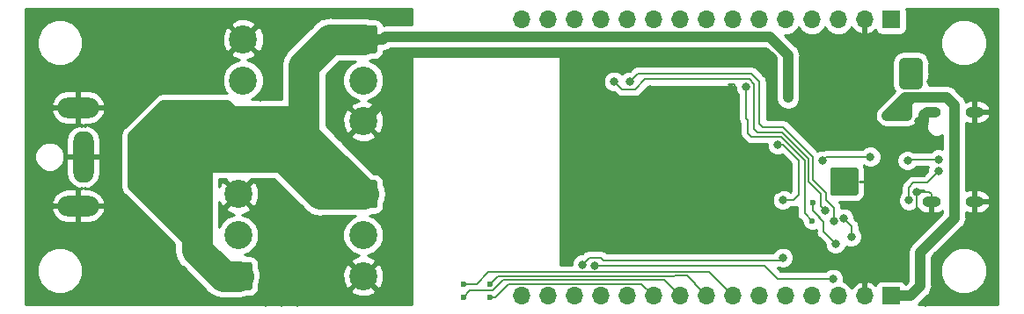
<source format=gbr>
G04 #@! TF.GenerationSoftware,KiCad,Pcbnew,(5.0.2)-1*
G04 #@! TF.CreationDate,2021-04-18T22:49:00+09:00*
G04 #@! TF.ProjectId,ESP32_LED,45535033-325f-44c4-9544-2e6b69636164,rev?*
G04 #@! TF.SameCoordinates,Original*
G04 #@! TF.FileFunction,Copper,L2,Bot*
G04 #@! TF.FilePolarity,Positive*
%FSLAX46Y46*%
G04 Gerber Fmt 4.6, Leading zero omitted, Abs format (unit mm)*
G04 Created by KiCad (PCBNEW (5.0.2)-1) date 2021/04/18 22:49:00*
%MOMM*%
%LPD*%
G01*
G04 APERTURE LIST*
G04 #@! TA.AperFunction,ComponentPad*
%ADD10C,2.700000*%
G04 #@! TD*
G04 #@! TA.AperFunction,Conductor*
%ADD11C,0.100000*%
G04 #@! TD*
G04 #@! TA.AperFunction,ComponentPad*
%ADD12O,2.000000X5.000000*%
G04 #@! TD*
G04 #@! TA.AperFunction,ComponentPad*
%ADD13O,4.000000X2.000000*%
G04 #@! TD*
G04 #@! TA.AperFunction,ComponentPad*
%ADD14C,3.000000*%
G04 #@! TD*
G04 #@! TA.AperFunction,ComponentPad*
%ADD15O,1.800000X1.000000*%
G04 #@! TD*
G04 #@! TA.AperFunction,ComponentPad*
%ADD16R,1.700000X1.700000*%
G04 #@! TD*
G04 #@! TA.AperFunction,ComponentPad*
%ADD17O,1.700000X1.700000*%
G04 #@! TD*
G04 #@! TA.AperFunction,ViaPad*
%ADD18C,0.500000*%
G04 #@! TD*
G04 #@! TA.AperFunction,Conductor*
%ADD19C,2.700000*%
G04 #@! TD*
G04 #@! TA.AperFunction,ViaPad*
%ADD20C,0.800000*%
G04 #@! TD*
G04 #@! TA.AperFunction,ViaPad*
%ADD21C,0.600000*%
G04 #@! TD*
G04 #@! TA.AperFunction,Conductor*
%ADD22C,1.000000*%
G04 #@! TD*
G04 #@! TA.AperFunction,Conductor*
%ADD23C,0.200000*%
G04 #@! TD*
G04 #@! TA.AperFunction,Conductor*
%ADD24C,0.250000*%
G04 #@! TD*
G04 #@! TA.AperFunction,Conductor*
%ADD25C,0.160000*%
G04 #@! TD*
G04 #@! TA.AperFunction,Conductor*
%ADD26C,3.000000*%
G04 #@! TD*
G04 #@! TA.AperFunction,Conductor*
%ADD27C,0.254000*%
G04 #@! TD*
G04 APERTURE END LIST*
D10*
G04 #@! TO.P,J6,3*
G04 #@! TO.N,GND*
X111633000Y-73660000D03*
G04 #@! TO.P,J6,2*
G04 #@! TO.N,Net-(J6-Pad2)*
X111633000Y-77620000D03*
D11*
G04 #@! TD*
G04 #@! TO.N,Net-(C8-Pad1)*
G04 #@! TO.C,J6*
G36*
X112757503Y-80231204D02*
X112781772Y-80234804D01*
X112805570Y-80240765D01*
X112828670Y-80249030D01*
X112850849Y-80259520D01*
X112871892Y-80272133D01*
X112891598Y-80286748D01*
X112909776Y-80303224D01*
X112926252Y-80321402D01*
X112940867Y-80341108D01*
X112953480Y-80362151D01*
X112963970Y-80384330D01*
X112972235Y-80407430D01*
X112978196Y-80431228D01*
X112981796Y-80455497D01*
X112983000Y-80480001D01*
X112983000Y-82679999D01*
X112981796Y-82704503D01*
X112978196Y-82728772D01*
X112972235Y-82752570D01*
X112963970Y-82775670D01*
X112953480Y-82797849D01*
X112940867Y-82818892D01*
X112926252Y-82838598D01*
X112909776Y-82856776D01*
X112891598Y-82873252D01*
X112871892Y-82887867D01*
X112850849Y-82900480D01*
X112828670Y-82910970D01*
X112805570Y-82919235D01*
X112781772Y-82925196D01*
X112757503Y-82928796D01*
X112732999Y-82930000D01*
X110533001Y-82930000D01*
X110508497Y-82928796D01*
X110484228Y-82925196D01*
X110460430Y-82919235D01*
X110437330Y-82910970D01*
X110415151Y-82900480D01*
X110394108Y-82887867D01*
X110374402Y-82873252D01*
X110356224Y-82856776D01*
X110339748Y-82838598D01*
X110325133Y-82818892D01*
X110312520Y-82797849D01*
X110302030Y-82775670D01*
X110293765Y-82752570D01*
X110287804Y-82728772D01*
X110284204Y-82704503D01*
X110283000Y-82679999D01*
X110283000Y-80480001D01*
X110284204Y-80455497D01*
X110287804Y-80431228D01*
X110293765Y-80407430D01*
X110302030Y-80384330D01*
X110312520Y-80362151D01*
X110325133Y-80341108D01*
X110339748Y-80321402D01*
X110356224Y-80303224D01*
X110374402Y-80286748D01*
X110394108Y-80272133D01*
X110415151Y-80259520D01*
X110437330Y-80249030D01*
X110460430Y-80240765D01*
X110484228Y-80234804D01*
X110508497Y-80231204D01*
X110533001Y-80230000D01*
X112732999Y-80230000D01*
X112757503Y-80231204D01*
X112757503Y-80231204D01*
G37*
D10*
G04 #@! TO.P,J6,1*
G04 #@! TO.N,Net-(C8-Pad1)*
X111633000Y-81580000D03*
G04 #@! TD*
D11*
G04 #@! TO.N,Net-(C8-Pad1)*
G04 #@! TO.C,J7*
G36*
X124314503Y-87251204D02*
X124338772Y-87254804D01*
X124362570Y-87260765D01*
X124385670Y-87269030D01*
X124407849Y-87279520D01*
X124428892Y-87292133D01*
X124448598Y-87306748D01*
X124466776Y-87323224D01*
X124483252Y-87341402D01*
X124497867Y-87361108D01*
X124510480Y-87382151D01*
X124520970Y-87404330D01*
X124529235Y-87427430D01*
X124535196Y-87451228D01*
X124538796Y-87475497D01*
X124540000Y-87500001D01*
X124540000Y-89699999D01*
X124538796Y-89724503D01*
X124535196Y-89748772D01*
X124529235Y-89772570D01*
X124520970Y-89795670D01*
X124510480Y-89817849D01*
X124497867Y-89838892D01*
X124483252Y-89858598D01*
X124466776Y-89876776D01*
X124448598Y-89893252D01*
X124428892Y-89907867D01*
X124407849Y-89920480D01*
X124385670Y-89930970D01*
X124362570Y-89939235D01*
X124338772Y-89945196D01*
X124314503Y-89948796D01*
X124289999Y-89950000D01*
X122090001Y-89950000D01*
X122065497Y-89948796D01*
X122041228Y-89945196D01*
X122017430Y-89939235D01*
X121994330Y-89930970D01*
X121972151Y-89920480D01*
X121951108Y-89907867D01*
X121931402Y-89893252D01*
X121913224Y-89876776D01*
X121896748Y-89858598D01*
X121882133Y-89838892D01*
X121869520Y-89817849D01*
X121859030Y-89795670D01*
X121850765Y-89772570D01*
X121844804Y-89748772D01*
X121841204Y-89724503D01*
X121840000Y-89699999D01*
X121840000Y-87500001D01*
X121841204Y-87475497D01*
X121844804Y-87451228D01*
X121850765Y-87427430D01*
X121859030Y-87404330D01*
X121869520Y-87382151D01*
X121882133Y-87361108D01*
X121896748Y-87341402D01*
X121913224Y-87323224D01*
X121931402Y-87306748D01*
X121951108Y-87292133D01*
X121972151Y-87279520D01*
X121994330Y-87269030D01*
X122017430Y-87260765D01*
X122041228Y-87254804D01*
X122065497Y-87251204D01*
X122090001Y-87250000D01*
X124289999Y-87250000D01*
X124314503Y-87251204D01*
X124314503Y-87251204D01*
G37*
D10*
G04 #@! TD*
G04 #@! TO.P,J7,1*
G04 #@! TO.N,Net-(C8-Pad1)*
X123190000Y-88600000D03*
G04 #@! TO.P,J7,2*
G04 #@! TO.N,Net-(J7-Pad2)*
X123190000Y-92560000D03*
G04 #@! TO.P,J7,3*
G04 #@! TO.N,GND*
X123190000Y-96520000D03*
G04 #@! TD*
D11*
G04 #@! TO.N,Net-(C8-Pad1)*
G04 #@! TO.C,J5*
G36*
X124314503Y-72311204D02*
X124338772Y-72314804D01*
X124362570Y-72320765D01*
X124385670Y-72329030D01*
X124407849Y-72339520D01*
X124428892Y-72352133D01*
X124448598Y-72366748D01*
X124466776Y-72383224D01*
X124483252Y-72401402D01*
X124497867Y-72421108D01*
X124510480Y-72442151D01*
X124520970Y-72464330D01*
X124529235Y-72487430D01*
X124535196Y-72511228D01*
X124538796Y-72535497D01*
X124540000Y-72560001D01*
X124540000Y-74759999D01*
X124538796Y-74784503D01*
X124535196Y-74808772D01*
X124529235Y-74832570D01*
X124520970Y-74855670D01*
X124510480Y-74877849D01*
X124497867Y-74898892D01*
X124483252Y-74918598D01*
X124466776Y-74936776D01*
X124448598Y-74953252D01*
X124428892Y-74967867D01*
X124407849Y-74980480D01*
X124385670Y-74990970D01*
X124362570Y-74999235D01*
X124338772Y-75005196D01*
X124314503Y-75008796D01*
X124289999Y-75010000D01*
X122090001Y-75010000D01*
X122065497Y-75008796D01*
X122041228Y-75005196D01*
X122017430Y-74999235D01*
X121994330Y-74990970D01*
X121972151Y-74980480D01*
X121951108Y-74967867D01*
X121931402Y-74953252D01*
X121913224Y-74936776D01*
X121896748Y-74918598D01*
X121882133Y-74898892D01*
X121869520Y-74877849D01*
X121859030Y-74855670D01*
X121850765Y-74832570D01*
X121844804Y-74808772D01*
X121841204Y-74784503D01*
X121840000Y-74759999D01*
X121840000Y-72560001D01*
X121841204Y-72535497D01*
X121844804Y-72511228D01*
X121850765Y-72487430D01*
X121859030Y-72464330D01*
X121869520Y-72442151D01*
X121882133Y-72421108D01*
X121896748Y-72401402D01*
X121913224Y-72383224D01*
X121931402Y-72366748D01*
X121951108Y-72352133D01*
X121972151Y-72339520D01*
X121994330Y-72329030D01*
X122017430Y-72320765D01*
X122041228Y-72314804D01*
X122065497Y-72311204D01*
X122090001Y-72310000D01*
X124289999Y-72310000D01*
X124314503Y-72311204D01*
X124314503Y-72311204D01*
G37*
D10*
G04 #@! TD*
G04 #@! TO.P,J5,1*
G04 #@! TO.N,Net-(C8-Pad1)*
X123190000Y-73660000D03*
G04 #@! TO.P,J5,2*
G04 #@! TO.N,Net-(J5-Pad2)*
X123190000Y-77620000D03*
G04 #@! TO.P,J5,3*
G04 #@! TO.N,GND*
X123190000Y-81580000D03*
G04 #@! TD*
D12*
G04 #@! TO.P,J4,2*
G04 #@! TO.N,GND*
X96250000Y-85000000D03*
D13*
X95750000Y-89750000D03*
D14*
G04 #@! TO.P,J4,1*
G04 #@! TO.N,Net-(C8-Pad1)*
X102250000Y-85000000D03*
D13*
G04 #@! TO.P,J4,2*
G04 #@! TO.N,GND*
X95750000Y-80250000D03*
G04 #@! TD*
D15*
G04 #@! TO.P,J1,S1*
G04 #@! TO.N,GND*
X177857000Y-89320000D03*
X182047000Y-89320000D03*
X177857000Y-80680000D03*
X182047000Y-80680000D03*
G04 #@! TD*
D16*
G04 #@! TO.P,J2,1*
G04 #@! TO.N,VBUS*
X173990000Y-98425000D03*
D17*
G04 #@! TO.P,J2,2*
G04 #@! TO.N,GND*
X171450000Y-98425000D03*
G04 #@! TO.P,J2,3*
G04 #@! TO.N,IO13*
X168910000Y-98425000D03*
G04 #@! TO.P,J2,4*
G04 #@! TO.N,IO12*
X166370000Y-98425000D03*
G04 #@! TO.P,J2,5*
G04 #@! TO.N,IO14*
X163830000Y-98425000D03*
G04 #@! TO.P,J2,6*
G04 #@! TO.N,IO27*
X161290000Y-98425000D03*
G04 #@! TO.P,J2,7*
G04 #@! TO.N,IO26*
X158750000Y-98425000D03*
G04 #@! TO.P,J2,8*
G04 #@! TO.N,IO25*
X156210000Y-98425000D03*
G04 #@! TO.P,J2,9*
G04 #@! TO.N,IO33*
X153670000Y-98425000D03*
G04 #@! TO.P,J2,10*
G04 #@! TO.N,IO32*
X151130000Y-98425000D03*
G04 #@! TO.P,J2,11*
G04 #@! TO.N,Net-(J2-Pad11)*
X148590000Y-98425000D03*
G04 #@! TO.P,J2,12*
G04 #@! TO.N,Net-(J2-Pad12)*
X146050000Y-98425000D03*
G04 #@! TO.P,J2,13*
G04 #@! TO.N,Net-(J2-Pad13)*
X143510000Y-98425000D03*
G04 #@! TO.P,J2,14*
G04 #@! TO.N,Net-(J2-Pad14)*
X140970000Y-98425000D03*
G04 #@! TO.P,J2,15*
G04 #@! TO.N,~RESET*
X138430000Y-98425000D03*
G04 #@! TD*
G04 #@! TO.P,J3,15*
G04 #@! TO.N,Net-(J3-Pad15)*
X138430000Y-71755000D03*
G04 #@! TO.P,J3,14*
G04 #@! TO.N,Net-(J3-Pad14)*
X140970000Y-71755000D03*
G04 #@! TO.P,J3,13*
G04 #@! TO.N,RXD*
X143510000Y-71755000D03*
G04 #@! TO.P,J3,12*
G04 #@! TO.N,TXD*
X146050000Y-71755000D03*
G04 #@! TO.P,J3,11*
G04 #@! TO.N,Net-(J3-Pad11)*
X148590000Y-71755000D03*
G04 #@! TO.P,J3,10*
G04 #@! TO.N,Net-(J3-Pad10)*
X151130000Y-71755000D03*
G04 #@! TO.P,J3,9*
G04 #@! TO.N,Net-(J3-Pad9)*
X153670000Y-71755000D03*
G04 #@! TO.P,J3,8*
G04 #@! TO.N,Net-(J3-Pad8)*
X156210000Y-71755000D03*
G04 #@! TO.P,J3,7*
G04 #@! TO.N,IO17*
X158750000Y-71755000D03*
G04 #@! TO.P,J3,6*
G04 #@! TO.N,IO16*
X161290000Y-71755000D03*
G04 #@! TO.P,J3,5*
G04 #@! TO.N,IO4*
X163830000Y-71755000D03*
G04 #@! TO.P,J3,4*
G04 #@! TO.N,IO2*
X166370000Y-71755000D03*
G04 #@! TO.P,J3,3*
G04 #@! TO.N,IO15*
X168910000Y-71755000D03*
G04 #@! TO.P,J3,2*
G04 #@! TO.N,GND*
X171450000Y-71755000D03*
D16*
G04 #@! TO.P,J3,1*
G04 #@! TO.N,+3V3*
X173990000Y-71755000D03*
G04 #@! TD*
D18*
G04 #@! TO.N,N/C*
G04 #@! TO.C,U1*
X170579000Y-88476000D03*
X169479000Y-88476000D03*
X168379000Y-88476000D03*
X170579000Y-87376000D03*
X169479000Y-87376000D03*
X168379000Y-87376000D03*
X170579000Y-86276000D03*
X169479000Y-86276000D03*
X168379000Y-86276000D03*
D11*
G36*
X170602512Y-86027209D02*
X170626887Y-86030825D01*
X170650790Y-86036812D01*
X170673992Y-86045114D01*
X170696268Y-86055650D01*
X170717404Y-86068318D01*
X170737196Y-86082997D01*
X170755455Y-86099545D01*
X170772003Y-86117804D01*
X170786682Y-86137596D01*
X170799350Y-86158732D01*
X170809886Y-86181008D01*
X170818188Y-86204210D01*
X170824175Y-86228113D01*
X170827791Y-86252488D01*
X170829000Y-86277100D01*
X170829000Y-88474900D01*
X170827791Y-88499512D01*
X170824175Y-88523887D01*
X170818188Y-88547790D01*
X170809886Y-88570992D01*
X170799350Y-88593268D01*
X170786682Y-88614404D01*
X170772003Y-88634196D01*
X170755455Y-88652455D01*
X170737196Y-88669003D01*
X170717404Y-88683682D01*
X170696268Y-88696350D01*
X170673992Y-88706886D01*
X170650790Y-88715188D01*
X170626887Y-88721175D01*
X170602512Y-88724791D01*
X170577900Y-88726000D01*
X168380100Y-88726000D01*
X168355488Y-88724791D01*
X168331113Y-88721175D01*
X168307210Y-88715188D01*
X168284008Y-88706886D01*
X168261732Y-88696350D01*
X168240596Y-88683682D01*
X168220804Y-88669003D01*
X168202545Y-88652455D01*
X168185997Y-88634196D01*
X168171318Y-88614404D01*
X168158650Y-88593268D01*
X168148114Y-88570992D01*
X168139812Y-88547790D01*
X168133825Y-88523887D01*
X168130209Y-88499512D01*
X168129000Y-88474900D01*
X168129000Y-86277100D01*
X168130209Y-86252488D01*
X168133825Y-86228113D01*
X168139812Y-86204210D01*
X168148114Y-86181008D01*
X168158650Y-86158732D01*
X168171318Y-86137596D01*
X168185997Y-86117804D01*
X168202545Y-86099545D01*
X168220804Y-86082997D01*
X168240596Y-86068318D01*
X168261732Y-86055650D01*
X168284008Y-86045114D01*
X168307210Y-86036812D01*
X168331113Y-86030825D01*
X168355488Y-86027209D01*
X168380100Y-86026000D01*
X170577900Y-86026000D01*
X170602512Y-86027209D01*
X170602512Y-86027209D01*
G37*
D19*
X169479000Y-87376000D03*
G04 #@! TD*
D11*
G04 #@! TO.N,Net-(C8-Pad1)*
G04 #@! TO.C,J8*
G36*
X112283504Y-95171204D02*
X112307773Y-95174804D01*
X112331571Y-95180765D01*
X112354671Y-95189030D01*
X112376850Y-95199520D01*
X112397893Y-95212133D01*
X112417599Y-95226748D01*
X112435777Y-95243224D01*
X112452253Y-95261402D01*
X112466868Y-95281108D01*
X112479481Y-95302151D01*
X112489971Y-95324330D01*
X112498236Y-95347430D01*
X112504197Y-95371228D01*
X112507797Y-95395497D01*
X112509001Y-95420001D01*
X112509001Y-97619999D01*
X112507797Y-97644503D01*
X112504197Y-97668772D01*
X112498236Y-97692570D01*
X112489971Y-97715670D01*
X112479481Y-97737849D01*
X112466868Y-97758892D01*
X112452253Y-97778598D01*
X112435777Y-97796776D01*
X112417599Y-97813252D01*
X112397893Y-97827867D01*
X112376850Y-97840480D01*
X112354671Y-97850970D01*
X112331571Y-97859235D01*
X112307773Y-97865196D01*
X112283504Y-97868796D01*
X112259000Y-97870000D01*
X110059002Y-97870000D01*
X110034498Y-97868796D01*
X110010229Y-97865196D01*
X109986431Y-97859235D01*
X109963331Y-97850970D01*
X109941152Y-97840480D01*
X109920109Y-97827867D01*
X109900403Y-97813252D01*
X109882225Y-97796776D01*
X109865749Y-97778598D01*
X109851134Y-97758892D01*
X109838521Y-97737849D01*
X109828031Y-97715670D01*
X109819766Y-97692570D01*
X109813805Y-97668772D01*
X109810205Y-97644503D01*
X109809001Y-97619999D01*
X109809001Y-95420001D01*
X109810205Y-95395497D01*
X109813805Y-95371228D01*
X109819766Y-95347430D01*
X109828031Y-95324330D01*
X109838521Y-95302151D01*
X109851134Y-95281108D01*
X109865749Y-95261402D01*
X109882225Y-95243224D01*
X109900403Y-95226748D01*
X109920109Y-95212133D01*
X109941152Y-95199520D01*
X109963331Y-95189030D01*
X109986431Y-95180765D01*
X110010229Y-95174804D01*
X110034498Y-95171204D01*
X110059002Y-95170000D01*
X112259000Y-95170000D01*
X112283504Y-95171204D01*
X112283504Y-95171204D01*
G37*
D10*
G04 #@! TD*
G04 #@! TO.P,J8,1*
G04 #@! TO.N,Net-(C8-Pad1)*
X111159001Y-96520000D03*
G04 #@! TO.P,J8,2*
G04 #@! TO.N,Net-(J8-Pad2)*
X111159001Y-92560000D03*
G04 #@! TO.P,J8,3*
G04 #@! TO.N,GND*
X111159001Y-88600000D03*
G04 #@! TD*
D20*
G04 #@! TO.N,*
X175260000Y-75946000D03*
X176530000Y-75946000D03*
X176530000Y-76962000D03*
X175260000Y-76962000D03*
X175260000Y-77978000D03*
X176530000Y-77978000D03*
G04 #@! TO.N,Net-(C1-Pad1)*
X178550000Y-85250000D03*
X175576000Y-85371251D03*
G04 #@! TO.N,GND*
X172720000Y-89154000D03*
X172974000Y-84074000D03*
X163068000Y-86614000D03*
X163068000Y-88138000D03*
X161290000Y-92202000D03*
X161290000Y-93472000D03*
X176468000Y-88392000D03*
X176614000Y-81534000D03*
X168402000Y-75184000D03*
X171958000Y-75184000D03*
X173482000Y-75184000D03*
X171958000Y-76708000D03*
X173482000Y-76708000D03*
X173482000Y-78232000D03*
X171958000Y-78232000D03*
X168148000Y-81026000D03*
X163082001Y-92964000D03*
X142500000Y-76500000D03*
X142500000Y-94000000D03*
X173101000Y-93472000D03*
X178435000Y-97282000D03*
X178435000Y-94488000D03*
X183515000Y-93091000D03*
X183261000Y-78105000D03*
X142500000Y-79000000D03*
X142500000Y-82000000D03*
X142500000Y-85000000D03*
X142500000Y-88000000D03*
X142500000Y-91000000D03*
D21*
X158572000Y-78308000D03*
D20*
X159054800Y-80721200D03*
X150774400Y-78536800D03*
X159512000Y-92100400D03*
X151028400Y-92151200D03*
X159359600Y-86156800D03*
X150876000Y-82296000D03*
X150876000Y-89408000D03*
X147320000Y-85852000D03*
X153924000Y-85852000D03*
X142240000Y-74930000D03*
X177800000Y-77724000D03*
X177292000Y-99060000D03*
X116840000Y-99060000D03*
X115316000Y-99060000D03*
X113792000Y-99060000D03*
X127508000Y-71120000D03*
X114300000Y-78740000D03*
X113284000Y-79248000D03*
X113491001Y-90932000D03*
G04 #@! TO.N,~RESET*
X145438000Y-95504000D03*
X168402000Y-96774000D03*
G04 #@! TO.N,Net-(C4-Pad1)*
X172000000Y-85000000D03*
X167386000Y-85344000D03*
G04 #@! TO.N,VBUS*
X175514000Y-81026000D03*
X174498000Y-81026000D03*
X173482000Y-81026000D03*
X179070000Y-79248000D03*
G04 #@! TO.N,+3V3*
X144272000Y-95402980D03*
X163576000Y-94742000D03*
X163068000Y-83820000D03*
X163576000Y-89154000D03*
G04 #@! TO.N,RXD*
X167640000Y-90170000D03*
X147320000Y-77724000D03*
G04 #@! TO.N,TXD*
X168459917Y-91218491D03*
X148844000Y-77724000D03*
G04 #@! TO.N,RTS*
X168656000Y-93408500D03*
D21*
X166442992Y-89408000D03*
D20*
G04 #@! TO.N,IO0*
X160020000Y-78232000D03*
D21*
X166370000Y-91186000D03*
D20*
G04 #@! TO.N,DTR*
X169418000Y-90932000D03*
X170180000Y-92710000D03*
G04 #@! TO.N,Net-(C8-Pad1)*
X164084000Y-79312000D03*
X164084000Y-78232000D03*
X164084000Y-77280000D03*
X164084000Y-76200000D03*
X164084000Y-75184000D03*
D21*
X105410000Y-83555840D03*
D20*
G04 #@! TO.N,Net-(J1-PadA5)*
X178550000Y-86400000D03*
X175700000Y-89200000D03*
D21*
G04 #@! TO.N,IO26*
X132842000Y-97282000D03*
G04 #@! TO.N,IO25*
X135382000Y-97282000D03*
G04 #@! TO.N,IO33*
X132842000Y-98552000D03*
G04 #@! TO.N,IO32*
X135382000Y-98552000D03*
G04 #@! TD*
D22*
G04 #@! TO.N,*
X175768000Y-75946000D02*
X175260000Y-75946000D01*
X176530000Y-75946000D02*
X175768000Y-75946000D01*
X175260000Y-77978000D02*
X175260000Y-75946000D01*
X176530000Y-75946000D02*
X176530000Y-77978000D01*
X176530000Y-77978000D02*
X175260000Y-77978000D01*
X175260000Y-76962000D02*
X176530000Y-76962000D01*
D23*
G04 #@! TO.N,Net-(C1-Pad1)*
X178308000Y-85344000D02*
X178562000Y-85090000D01*
X178550000Y-85250000D02*
X175697251Y-85250000D01*
X175697251Y-85250000D02*
X175576000Y-85371251D01*
G04 #@! TO.N,GND*
X172974000Y-83566000D02*
X172720000Y-83312000D01*
X172071002Y-89154000D02*
X171450000Y-88532998D01*
X172720000Y-89154000D02*
X172071002Y-89154000D01*
X144272000Y-80210000D02*
X144272000Y-80010000D01*
X147172000Y-83260000D02*
X147172000Y-82410000D01*
X146172000Y-83260000D02*
X146172000Y-82410000D01*
X146050000Y-81322002D02*
X146062002Y-81310000D01*
X147172000Y-82410000D02*
X147172000Y-81728000D01*
X146172000Y-82410000D02*
X146172000Y-81728000D01*
D22*
X177165000Y-80983000D02*
X177165000Y-81534000D01*
X177468000Y-80680000D02*
X177165000Y-80983000D01*
X177857000Y-80680000D02*
X177468000Y-80680000D01*
D23*
X177165000Y-81534000D02*
X176614000Y-81534000D01*
X158572000Y-78308000D02*
X158572000Y-78308000D01*
X158303999Y-78039999D02*
X158572000Y-78308000D01*
X158303999Y-78039999D02*
X158811999Y-78039999D01*
X158811999Y-78039999D02*
X159004000Y-78232000D01*
D24*
X172720000Y-89154000D02*
X172720000Y-87630000D01*
X172466000Y-87376000D02*
X170942000Y-87376000D01*
X172720000Y-87630000D02*
X172466000Y-87376000D01*
X172154315Y-89154000D02*
X171709815Y-89598500D01*
X172720000Y-89154000D02*
X172154315Y-89154000D01*
X171709815Y-89598500D02*
X169608500Y-89598500D01*
X169608500Y-89598500D02*
X169479000Y-89469000D01*
D23*
X176468000Y-88392000D02*
X176468000Y-90235000D01*
X177857000Y-88576000D02*
X177857000Y-89320000D01*
X176468000Y-88392000D02*
X177673000Y-88392000D01*
X177673000Y-88392000D02*
X177857000Y-88576000D01*
D22*
X126365000Y-78405000D02*
X123190000Y-81580000D01*
X163576000Y-81026000D02*
X162560000Y-80010000D01*
X168148000Y-81026000D02*
X163576000Y-81026000D01*
X162560000Y-80010000D02*
X162560000Y-75565000D01*
X162560000Y-75565000D02*
X161925000Y-74930000D01*
X161925000Y-74930000D02*
X142240000Y-74930000D01*
X126365000Y-74930000D02*
X126365000Y-78405000D01*
D23*
X158572000Y-78308000D02*
X158572000Y-80010000D01*
D22*
X142240000Y-74930000D02*
X126365000Y-74930000D01*
D23*
G04 #@! TO.N,~RESET*
X145438000Y-95504000D02*
X151300000Y-95504000D01*
X161798000Y-95504000D02*
X163068000Y-96774000D01*
X151300000Y-95504000D02*
X161798000Y-95504000D01*
X168402000Y-96774000D02*
X163068000Y-96774000D01*
G04 #@! TO.N,Net-(C4-Pad1)*
X172000000Y-85000000D02*
X167730000Y-85000000D01*
X167730000Y-85000000D02*
X167386000Y-85344000D01*
D22*
G04 #@! TO.N,VBUS*
X175514000Y-81026000D02*
X173597384Y-81026000D01*
X175840000Y-98425000D02*
X173990000Y-98425000D01*
X176784000Y-97481000D02*
X175840000Y-98425000D01*
X176784000Y-94234000D02*
X176784000Y-97481000D01*
X175514000Y-79756000D02*
X176022000Y-79248000D01*
X175514000Y-81026000D02*
X175514000Y-79756000D01*
X179324000Y-79248000D02*
X180086000Y-80010000D01*
X180086000Y-80010000D02*
X180086000Y-90932000D01*
X175514000Y-80010000D02*
X174498000Y-81026000D01*
X175514000Y-79756000D02*
X175514000Y-80010000D01*
X175375384Y-79248000D02*
X173597384Y-81026000D01*
X176022000Y-79248000D02*
X175375384Y-79248000D01*
X180086000Y-90932000D02*
X179578000Y-91440000D01*
X179578000Y-91440000D02*
X179070000Y-91948000D01*
X179070000Y-91948000D02*
X176784000Y-94234000D01*
X176022000Y-79248000D02*
X179070000Y-79248000D01*
X179070000Y-79248000D02*
X179324000Y-79248000D01*
D23*
G04 #@! TO.N,+3V3*
X144932980Y-94742000D02*
X144272000Y-95402980D01*
X146050000Y-94742000D02*
X144932980Y-94742000D01*
X146304000Y-94996000D02*
X146050000Y-94742000D01*
X151638000Y-94996000D02*
X146304000Y-94996000D01*
D25*
X151638000Y-94996000D02*
X162306000Y-94996000D01*
X163322000Y-94996000D02*
X163576000Y-94742000D01*
X162306000Y-94996000D02*
X163322000Y-94996000D01*
D23*
X165100000Y-85344000D02*
X163576000Y-83820000D01*
X164592000Y-89154000D02*
X165100000Y-88646000D01*
X165100000Y-88646000D02*
X165100000Y-85344000D01*
X163576000Y-83820000D02*
X163068000Y-83820000D01*
X163576000Y-89154000D02*
X164592000Y-89154000D01*
G04 #@! TO.N,RXD*
X150306001Y-77531999D02*
X149352000Y-78486000D01*
X160356001Y-77531999D02*
X150306001Y-77531999D01*
X160782000Y-77957998D02*
X160356001Y-77531999D01*
X160782000Y-82296000D02*
X160782000Y-77957998D01*
X161143992Y-82657992D02*
X160782000Y-82296000D01*
X167640000Y-90170000D02*
X167240001Y-89770001D01*
X149352000Y-78486000D02*
X148082000Y-78486000D01*
X167240001Y-88550295D02*
X166065706Y-87376000D01*
X148082000Y-78486000D02*
X147320000Y-77724000D01*
X166065706Y-87376000D02*
X166065706Y-85178310D01*
X166065706Y-85178310D02*
X163545388Y-82657992D01*
X167240001Y-89770001D02*
X167240001Y-88550295D01*
X163545388Y-82657992D02*
X161143992Y-82657992D01*
G04 #@! TO.N,TXD*
X166465716Y-85012621D02*
X166289095Y-84836000D01*
X166465716Y-85012621D02*
X166116000Y-84662905D01*
X166289095Y-84836000D02*
X166116000Y-84662905D01*
X148844000Y-77724000D02*
X149606000Y-76962000D01*
X149606000Y-76962000D02*
X160528000Y-76962000D01*
X163576000Y-82122905D02*
X166116000Y-84662905D01*
X160528000Y-76962000D02*
X161290000Y-77724000D01*
X161290000Y-77724000D02*
X161290000Y-81788000D01*
X161290000Y-81788000D02*
X161624905Y-82122905D01*
X161624905Y-82122905D02*
X163576000Y-82122905D01*
X166465716Y-86963716D02*
X166465716Y-85012621D01*
X166465716Y-87266879D02*
X166465716Y-86963716D01*
X167697917Y-88499080D02*
X166465716Y-87266879D01*
X167697917Y-89154000D02*
X167697917Y-88499080D01*
X168459917Y-89916000D02*
X167697917Y-89154000D01*
X168459917Y-91218491D02*
X168459917Y-89916000D01*
G04 #@! TO.N,RTS*
X167513000Y-92265500D02*
X168656000Y-93408500D01*
X167513000Y-91252347D02*
X167513000Y-92265500D01*
X166442992Y-89734992D02*
X166442992Y-90159256D01*
X166961736Y-90701083D02*
X167513000Y-91252347D01*
X166442992Y-90182339D02*
X166442992Y-89734992D01*
X167513000Y-91252347D02*
X166442992Y-90182339D01*
X166442992Y-89734992D02*
X166442992Y-89408000D01*
G04 #@! TO.N,IO0*
X160020000Y-81280000D02*
X160020000Y-78232000D01*
X166370000Y-91186000D02*
X165665698Y-90481698D01*
X165665698Y-90481698D02*
X165665698Y-85344000D01*
X165665698Y-85344000D02*
X163379698Y-83058000D01*
X160212001Y-81472001D02*
X160020000Y-81280000D01*
X163379698Y-83058000D02*
X160528000Y-83058000D01*
X160528000Y-83058000D02*
X160212001Y-82742001D01*
X160212001Y-82742001D02*
X160212001Y-81472001D01*
G04 #@! TO.N,DTR*
X170180000Y-91694000D02*
X169418000Y-90932000D01*
X170180000Y-92710000D02*
X170180000Y-91694000D01*
D22*
G04 #@! TO.N,Net-(C8-Pad1)*
X164084000Y-79312000D02*
X164084000Y-77470000D01*
X164084000Y-77470000D02*
X164084000Y-75184000D01*
X111159001Y-96520000D02*
X109149000Y-94509999D01*
X102500000Y-85000000D02*
X105476040Y-85000000D01*
D26*
X119590000Y-85000000D02*
X123190000Y-88600000D01*
X111125000Y-83538000D02*
X111125000Y-85000000D01*
X111633000Y-83030000D02*
X111125000Y-83538000D01*
X111633000Y-81580000D02*
X111633000Y-83030000D01*
X113030000Y-85000000D02*
X114390000Y-85000000D01*
X113030000Y-85000000D02*
X119590000Y-85000000D01*
X111125000Y-85000000D02*
X113030000Y-85000000D01*
D22*
X120650000Y-73660000D02*
X119553000Y-73660000D01*
D26*
X123190000Y-73660000D02*
X120650000Y-73660000D01*
X117475000Y-82885000D02*
X119590000Y-85000000D01*
X117475000Y-81915000D02*
X117475000Y-82885000D01*
X109709001Y-96520000D02*
X107169001Y-93980000D01*
X111159001Y-96520000D02*
X109709001Y-96520000D01*
X107169001Y-86124001D02*
X106045000Y-85000000D01*
X106770000Y-87630000D02*
X104140000Y-85000000D01*
X107169001Y-87630000D02*
X106770000Y-87630000D01*
X104140000Y-85000000D02*
X106045000Y-85000000D01*
X102500000Y-85000000D02*
X104140000Y-85000000D01*
X107169001Y-87630000D02*
X107169001Y-86124001D01*
X107169001Y-93980000D02*
X107169001Y-87630000D01*
X108585000Y-84628000D02*
X108585000Y-85000000D01*
X111633000Y-81580000D02*
X108585000Y-84628000D01*
X106045000Y-85000000D02*
X108585000Y-85000000D01*
X108585000Y-85000000D02*
X111125000Y-85000000D01*
X117475000Y-80645000D02*
X117475000Y-81915000D01*
X116540000Y-81580000D02*
X111633000Y-81580000D01*
X117475000Y-80645000D02*
X116540000Y-81580000D01*
X114390000Y-84337000D02*
X114390000Y-85000000D01*
X111633000Y-81580000D02*
X114390000Y-84337000D01*
X123190000Y-88600000D02*
X119080000Y-88600000D01*
X115570000Y-85090000D02*
X115570000Y-83820000D01*
X119080000Y-88600000D02*
X115570000Y-85090000D01*
X114390000Y-85000000D02*
X115570000Y-83820000D01*
X115570000Y-83820000D02*
X117475000Y-81915000D01*
X109465000Y-81580000D02*
X106045000Y-85000000D01*
X111633000Y-81580000D02*
X109465000Y-81580000D01*
X107169001Y-91790321D02*
X107169001Y-93980000D01*
X102500000Y-87121320D02*
X107169001Y-91790321D01*
X102500000Y-85000000D02*
X102500000Y-87121320D01*
X102500000Y-83555000D02*
X102500000Y-85000000D01*
X111633000Y-81580000D02*
X104475000Y-81580000D01*
X104475000Y-81580000D02*
X102500000Y-83555000D01*
X104475000Y-83430000D02*
X106045000Y-85000000D01*
X104475000Y-81580000D02*
X104475000Y-83430000D01*
X120015000Y-73660000D02*
X117475000Y-76200000D01*
X120650000Y-73660000D02*
X120015000Y-73660000D01*
X117475000Y-76200000D02*
X117475000Y-80645000D01*
D22*
X125095000Y-73660000D02*
X123190000Y-73660000D01*
X125349000Y-73406000D02*
X125095000Y-73660000D01*
X162306000Y-73406000D02*
X125349000Y-73406000D01*
X164084000Y-75184000D02*
X162306000Y-73406000D01*
X107462320Y-85000000D02*
X108213000Y-85000000D01*
X105476040Y-85000000D02*
X107462320Y-85000000D01*
X101000000Y-87810999D02*
X107169001Y-93980000D01*
X101000000Y-83000000D02*
X101000000Y-87810999D01*
X102420000Y-81580000D02*
X101000000Y-83000000D01*
X102420000Y-81580000D02*
X104475000Y-81580000D01*
X110285514Y-80232514D02*
X111633000Y-81580000D01*
X110053000Y-80000000D02*
X110285514Y-80232514D01*
X104000000Y-80000000D02*
X110053000Y-80000000D01*
X102420000Y-81580000D02*
X104000000Y-80000000D01*
D23*
G04 #@! TO.N,Net-(J1-PadA5)*
X177447000Y-87503000D02*
X178550000Y-86400000D01*
X176149000Y-87503000D02*
X177447000Y-87503000D01*
X175700000Y-87952000D02*
X176149000Y-87503000D01*
X175700000Y-89200000D02*
X175700000Y-87952000D01*
D25*
G04 #@! TO.N,IO26*
X157900001Y-97575001D02*
X158750000Y-98425000D01*
X132842000Y-97282000D02*
X134112000Y-97282000D01*
X134112000Y-97282000D02*
X135249999Y-96144001D01*
X135249999Y-96144001D02*
X153019427Y-96144001D01*
X153019427Y-96144001D02*
X153029448Y-96133980D01*
X153029448Y-96133980D02*
X156458980Y-96133980D01*
X156458980Y-96133980D02*
X157900001Y-97575001D01*
G04 #@! TO.N,IO25*
X135382000Y-97282000D02*
X136144000Y-96520000D01*
X136144000Y-96520000D02*
X153095990Y-96520000D01*
X153095990Y-96520000D02*
X153162000Y-96453990D01*
X153162000Y-96453990D02*
X154365990Y-96453990D01*
X155119999Y-97334999D02*
X156210000Y-98425000D01*
X154365990Y-96453990D02*
X155119999Y-97207999D01*
X155119999Y-97207999D02*
X155119999Y-97334999D01*
G04 #@! TO.N,IO33*
X133462009Y-97931991D02*
X132842000Y-98552000D01*
X135636000Y-97931991D02*
X133462009Y-97931991D01*
X136666991Y-96901000D02*
X135636000Y-97931991D01*
X152146000Y-96901000D02*
X136666991Y-96901000D01*
X153670000Y-98425000D02*
X152146000Y-96901000D01*
G04 #@! TO.N,IO32*
X149987000Y-97282000D02*
X151130000Y-98425000D01*
X137160000Y-97282000D02*
X149987000Y-97282000D01*
X135890000Y-98552000D02*
X137160000Y-97282000D01*
X135382000Y-98552000D02*
X135890000Y-98552000D01*
G04 #@! TD*
D27*
G04 #@! TO.N,GND*
G36*
X184290001Y-99290000D02*
X176588381Y-99290000D01*
X176658289Y-99243289D01*
X176721613Y-99148519D01*
X177507521Y-98362611D01*
X177602289Y-98299289D01*
X177853146Y-97923855D01*
X177919000Y-97592783D01*
X177941235Y-97481000D01*
X177919000Y-97369217D01*
X177919000Y-95555431D01*
X178765000Y-95555431D01*
X178765000Y-96444569D01*
X179105259Y-97266026D01*
X179733974Y-97894741D01*
X180555431Y-98235000D01*
X181444569Y-98235000D01*
X182266026Y-97894741D01*
X182894741Y-97266026D01*
X183235000Y-96444569D01*
X183235000Y-95555431D01*
X182894741Y-94733974D01*
X182266026Y-94105259D01*
X181444569Y-93765000D01*
X180555431Y-93765000D01*
X179733974Y-94105259D01*
X179105259Y-94733974D01*
X178765000Y-95555431D01*
X177919000Y-95555431D01*
X177919000Y-94704131D01*
X179951608Y-92671524D01*
X180459610Y-92163522D01*
X180809520Y-91813611D01*
X180904289Y-91750289D01*
X181155146Y-91374855D01*
X181221000Y-91043783D01*
X181243235Y-90932001D01*
X181221000Y-90820219D01*
X181221000Y-90359953D01*
X181520000Y-90455000D01*
X181920000Y-90455000D01*
X181920000Y-89447000D01*
X182174000Y-89447000D01*
X182174000Y-90455000D01*
X182574000Y-90455000D01*
X182998678Y-90320002D01*
X183339368Y-90032763D01*
X183541119Y-89621874D01*
X183414954Y-89447000D01*
X182174000Y-89447000D01*
X181920000Y-89447000D01*
X181900000Y-89447000D01*
X181900000Y-89193000D01*
X181920000Y-89193000D01*
X181920000Y-88185000D01*
X182174000Y-88185000D01*
X182174000Y-89193000D01*
X183414954Y-89193000D01*
X183541119Y-89018126D01*
X183339368Y-88607237D01*
X182998678Y-88319998D01*
X182574000Y-88185000D01*
X182174000Y-88185000D01*
X181920000Y-88185000D01*
X181520000Y-88185000D01*
X181221000Y-88280047D01*
X181221000Y-81719953D01*
X181520000Y-81815000D01*
X181920000Y-81815000D01*
X181920000Y-80807000D01*
X182174000Y-80807000D01*
X182174000Y-81815000D01*
X182574000Y-81815000D01*
X182998678Y-81680002D01*
X183339368Y-81392763D01*
X183541119Y-80981874D01*
X183414954Y-80807000D01*
X182174000Y-80807000D01*
X181920000Y-80807000D01*
X181900000Y-80807000D01*
X181900000Y-80553000D01*
X181920000Y-80553000D01*
X181920000Y-79545000D01*
X182174000Y-79545000D01*
X182174000Y-80553000D01*
X183414954Y-80553000D01*
X183541119Y-80378126D01*
X183339368Y-79967237D01*
X182998678Y-79679998D01*
X182574000Y-79545000D01*
X182174000Y-79545000D01*
X181920000Y-79545000D01*
X181520000Y-79545000D01*
X181172701Y-79655401D01*
X181155146Y-79567145D01*
X181122224Y-79517874D01*
X180904289Y-79191711D01*
X180809521Y-79128389D01*
X180205613Y-78524481D01*
X180142289Y-78429711D01*
X179766855Y-78178854D01*
X179435783Y-78113000D01*
X179324000Y-78090765D01*
X179212217Y-78113000D01*
X177660382Y-78113000D01*
X177687235Y-77978000D01*
X177665000Y-77866217D01*
X177665000Y-77073783D01*
X177687235Y-76962000D01*
X177665000Y-76850217D01*
X177665000Y-76057783D01*
X177687235Y-75946000D01*
X177599146Y-75503145D01*
X177348289Y-75127711D01*
X176972855Y-74876854D01*
X176641783Y-74811000D01*
X176530000Y-74788765D01*
X176418217Y-74811000D01*
X175371783Y-74811000D01*
X175260000Y-74788765D01*
X175148217Y-74811000D01*
X174817145Y-74876854D01*
X174441711Y-75127711D01*
X174190854Y-75503145D01*
X174102765Y-75946000D01*
X174125001Y-76057788D01*
X174125001Y-76850214D01*
X174102765Y-76962000D01*
X174125000Y-77073786D01*
X174125000Y-77866216D01*
X174102765Y-77978000D01*
X174190854Y-78420855D01*
X174269894Y-78539146D01*
X174353692Y-78664560D01*
X172873866Y-80144387D01*
X172779095Y-80207711D01*
X172663343Y-80380946D01*
X172604569Y-80439720D01*
X172572761Y-80516512D01*
X172528238Y-80583145D01*
X172512604Y-80661744D01*
X172447000Y-80820126D01*
X172447000Y-80991558D01*
X172440149Y-81026000D01*
X172447000Y-81060442D01*
X172447000Y-81231874D01*
X172512604Y-81390256D01*
X172528238Y-81468855D01*
X172572761Y-81535488D01*
X172604569Y-81612280D01*
X172663343Y-81671054D01*
X172779095Y-81844289D01*
X173154529Y-82095146D01*
X173485601Y-82161000D01*
X173597384Y-82183235D01*
X173709167Y-82161000D01*
X174386217Y-82161000D01*
X174498000Y-82183235D01*
X174609783Y-82161000D01*
X175402217Y-82161000D01*
X175514000Y-82183235D01*
X175625783Y-82161000D01*
X175956855Y-82095146D01*
X176332289Y-81844289D01*
X176583146Y-81468855D01*
X176593449Y-81417059D01*
X176905322Y-81680002D01*
X177330000Y-81815000D01*
X177456309Y-81815000D01*
X177407000Y-81934044D01*
X177407000Y-82315956D01*
X177553151Y-82668797D01*
X177823203Y-82938849D01*
X178176044Y-83085000D01*
X178557956Y-83085000D01*
X178910797Y-82938849D01*
X178951000Y-82898646D01*
X178951000Y-84295824D01*
X178755874Y-84215000D01*
X178344126Y-84215000D01*
X177963720Y-84372569D01*
X177821289Y-84515000D01*
X176183460Y-84515000D01*
X176162280Y-84493820D01*
X175781874Y-84336251D01*
X175370126Y-84336251D01*
X174989720Y-84493820D01*
X174698569Y-84784971D01*
X174541000Y-85165377D01*
X174541000Y-85577125D01*
X174698569Y-85957531D01*
X174989720Y-86248682D01*
X175370126Y-86406251D01*
X175781874Y-86406251D01*
X176162280Y-86248682D01*
X176425962Y-85985000D01*
X177601623Y-85985000D01*
X177515000Y-86194126D01*
X177515000Y-86395553D01*
X177142554Y-86768000D01*
X176221384Y-86768000D01*
X176149000Y-86753602D01*
X176076616Y-86768000D01*
X176076612Y-86768000D01*
X175862217Y-86810646D01*
X175619095Y-86973095D01*
X175578089Y-87034465D01*
X175231463Y-87381091D01*
X175170096Y-87422095D01*
X175129092Y-87483462D01*
X175129091Y-87483463D01*
X175007646Y-87665218D01*
X174950602Y-87952000D01*
X174965001Y-88024389D01*
X174965001Y-88471288D01*
X174822569Y-88613720D01*
X174665000Y-88994126D01*
X174665000Y-89405874D01*
X174822569Y-89786280D01*
X175113720Y-90077431D01*
X175494126Y-90235000D01*
X175905874Y-90235000D01*
X176286280Y-90077431D01*
X176487677Y-89876034D01*
X176564632Y-90032763D01*
X176905322Y-90320002D01*
X177330000Y-90455000D01*
X177730000Y-90455000D01*
X177730000Y-89447000D01*
X177710000Y-89447000D01*
X177710000Y-89193000D01*
X177730000Y-89193000D01*
X177730000Y-89173000D01*
X177984000Y-89173000D01*
X177984000Y-89193000D01*
X178004000Y-89193000D01*
X178004000Y-89447000D01*
X177984000Y-89447000D01*
X177984000Y-90455000D01*
X178384000Y-90455000D01*
X178808678Y-90320002D01*
X178951001Y-90200008D01*
X178951001Y-90461868D01*
X178854478Y-90558390D01*
X178346476Y-91066392D01*
X176060482Y-93352387D01*
X175965711Y-93415711D01*
X175745688Y-93745000D01*
X175714854Y-93791146D01*
X175626765Y-94234000D01*
X175649000Y-94345783D01*
X175649001Y-97010868D01*
X175395890Y-97263979D01*
X175297809Y-97117191D01*
X175087765Y-96976843D01*
X174840000Y-96927560D01*
X173140000Y-96927560D01*
X172892235Y-96976843D01*
X172682191Y-97117191D01*
X172541843Y-97327235D01*
X172521261Y-97430708D01*
X172216924Y-97153355D01*
X171806890Y-96983524D01*
X171577000Y-97104845D01*
X171577000Y-98298000D01*
X171597000Y-98298000D01*
X171597000Y-98552000D01*
X171577000Y-98552000D01*
X171577000Y-98572000D01*
X171323000Y-98572000D01*
X171323000Y-98552000D01*
X171303000Y-98552000D01*
X171303000Y-98298000D01*
X171323000Y-98298000D01*
X171323000Y-97104845D01*
X171093110Y-96983524D01*
X170683076Y-97153355D01*
X170254817Y-97543642D01*
X170193843Y-97673478D01*
X169980625Y-97354375D01*
X169489418Y-97026161D01*
X169423277Y-97013005D01*
X169437000Y-96979874D01*
X169437000Y-96568126D01*
X169279431Y-96187720D01*
X168988280Y-95896569D01*
X168607874Y-95739000D01*
X168196126Y-95739000D01*
X167815720Y-95896569D01*
X167673289Y-96039000D01*
X163372447Y-96039000D01*
X163044447Y-95711000D01*
X163210788Y-95711000D01*
X163370126Y-95777000D01*
X163781874Y-95777000D01*
X164162280Y-95619431D01*
X164453431Y-95328280D01*
X164611000Y-94947874D01*
X164611000Y-94536126D01*
X164453431Y-94155720D01*
X164162280Y-93864569D01*
X163781874Y-93707000D01*
X163370126Y-93707000D01*
X162989720Y-93864569D01*
X162698569Y-94155720D01*
X162646676Y-94281000D01*
X151810934Y-94281000D01*
X151710388Y-94261000D01*
X146612582Y-94261000D01*
X146579905Y-94212095D01*
X146336783Y-94049646D01*
X146122388Y-94007000D01*
X146122384Y-94007000D01*
X146050000Y-93992602D01*
X145977616Y-94007000D01*
X145005364Y-94007000D01*
X144932980Y-93992602D01*
X144860596Y-94007000D01*
X144860592Y-94007000D01*
X144646197Y-94049646D01*
X144403075Y-94212095D01*
X144362070Y-94273463D01*
X144267553Y-94367980D01*
X144066126Y-94367980D01*
X143685720Y-94525549D01*
X143394569Y-94816700D01*
X143237000Y-95197106D01*
X143237000Y-95429001D01*
X142127000Y-95429001D01*
X142127000Y-77518126D01*
X146285000Y-77518126D01*
X146285000Y-77929874D01*
X146442569Y-78310280D01*
X146733720Y-78601431D01*
X147114126Y-78759000D01*
X147315553Y-78759000D01*
X147511090Y-78954537D01*
X147552095Y-79015905D01*
X147795217Y-79178354D01*
X148009612Y-79221000D01*
X148082000Y-79235399D01*
X148154388Y-79221000D01*
X149279616Y-79221000D01*
X149352000Y-79235398D01*
X149424384Y-79221000D01*
X149424388Y-79221000D01*
X149638783Y-79178354D01*
X149881905Y-79015905D01*
X149922911Y-78954535D01*
X150610448Y-78266999D01*
X158985000Y-78266999D01*
X158985000Y-78437874D01*
X159142569Y-78818280D01*
X159285001Y-78960712D01*
X159285000Y-81207616D01*
X159270602Y-81280000D01*
X159285000Y-81352384D01*
X159285000Y-81352387D01*
X159327646Y-81566782D01*
X159477002Y-81790309D01*
X159477001Y-82669616D01*
X159462603Y-82742001D01*
X159477001Y-82814385D01*
X159477001Y-82814388D01*
X159519647Y-83028783D01*
X159682096Y-83271906D01*
X159743466Y-83312912D01*
X159957089Y-83526535D01*
X159998095Y-83587905D01*
X160241217Y-83750354D01*
X160455612Y-83793000D01*
X160455615Y-83793000D01*
X160527999Y-83807398D01*
X160600383Y-83793000D01*
X162033000Y-83793000D01*
X162033000Y-84025874D01*
X162190569Y-84406280D01*
X162481720Y-84697431D01*
X162862126Y-84855000D01*
X163273874Y-84855000D01*
X163484365Y-84767812D01*
X164365001Y-85648448D01*
X164365000Y-88341553D01*
X164296132Y-88410421D01*
X164162280Y-88276569D01*
X163781874Y-88119000D01*
X163370126Y-88119000D01*
X162989720Y-88276569D01*
X162698569Y-88567720D01*
X162541000Y-88948126D01*
X162541000Y-89359874D01*
X162698569Y-89740280D01*
X162989720Y-90031431D01*
X163370126Y-90189000D01*
X163781874Y-90189000D01*
X164162280Y-90031431D01*
X164304711Y-89889000D01*
X164519616Y-89889000D01*
X164592000Y-89903398D01*
X164664384Y-89889000D01*
X164664388Y-89889000D01*
X164878783Y-89846354D01*
X164930698Y-89811665D01*
X164930698Y-90409314D01*
X164916300Y-90481698D01*
X164930698Y-90554082D01*
X164930698Y-90554085D01*
X164973344Y-90768480D01*
X165135793Y-91011603D01*
X165197163Y-91052609D01*
X165435000Y-91290446D01*
X165435000Y-91371983D01*
X165577345Y-91715635D01*
X165840365Y-91978655D01*
X166184017Y-92121000D01*
X166555983Y-92121000D01*
X166778001Y-92029037D01*
X166778001Y-92193111D01*
X166763602Y-92265500D01*
X166820646Y-92552282D01*
X166820647Y-92552283D01*
X166983096Y-92795405D01*
X167044463Y-92836409D01*
X167621000Y-93412947D01*
X167621000Y-93614374D01*
X167778569Y-93994780D01*
X168069720Y-94285931D01*
X168450126Y-94443500D01*
X168861874Y-94443500D01*
X169242280Y-94285931D01*
X169533431Y-93994780D01*
X169686279Y-93625770D01*
X169974126Y-93745000D01*
X170385874Y-93745000D01*
X170766280Y-93587431D01*
X171057431Y-93296280D01*
X171215000Y-92915874D01*
X171215000Y-92504126D01*
X171057431Y-92123720D01*
X170915000Y-91981289D01*
X170915000Y-91766388D01*
X170929399Y-91694000D01*
X170891833Y-91505146D01*
X170872354Y-91407217D01*
X170709905Y-91164095D01*
X170648537Y-91123090D01*
X170453000Y-90927553D01*
X170453000Y-90726126D01*
X170295431Y-90345720D01*
X170004280Y-90054569D01*
X169623874Y-89897000D01*
X169212126Y-89897000D01*
X169206038Y-89899522D01*
X169174363Y-89740280D01*
X169152271Y-89629217D01*
X168989822Y-89386095D01*
X168970882Y-89373440D01*
X170577900Y-89373440D01*
X170640440Y-89361000D01*
X170755037Y-89361000D01*
X170860910Y-89317146D01*
X170921756Y-89305043D01*
X170973338Y-89270577D01*
X171080312Y-89226267D01*
X171162186Y-89144393D01*
X171213264Y-89110264D01*
X171247393Y-89059186D01*
X171329267Y-88977312D01*
X171373577Y-88870338D01*
X171408043Y-88818756D01*
X171420146Y-88757910D01*
X171464000Y-88652037D01*
X171464000Y-88537440D01*
X171476440Y-88474900D01*
X171476440Y-86277100D01*
X171464000Y-86214560D01*
X171464000Y-86099963D01*
X171420146Y-85994090D01*
X171408043Y-85933244D01*
X171373577Y-85881662D01*
X171342200Y-85805911D01*
X171413720Y-85877431D01*
X171794126Y-86035000D01*
X172205874Y-86035000D01*
X172586280Y-85877431D01*
X172877431Y-85586280D01*
X173035000Y-85205874D01*
X173035000Y-84794126D01*
X172877431Y-84413720D01*
X172586280Y-84122569D01*
X172205874Y-83965000D01*
X171794126Y-83965000D01*
X171413720Y-84122569D01*
X171271289Y-84265000D01*
X167802383Y-84265000D01*
X167729999Y-84250602D01*
X167657615Y-84265000D01*
X167657612Y-84265000D01*
X167443217Y-84307646D01*
X167441191Y-84309000D01*
X167180126Y-84309000D01*
X166912426Y-84419885D01*
X166686911Y-84194370D01*
X166686909Y-84194367D01*
X164146911Y-81654370D01*
X164105905Y-81593000D01*
X163862783Y-81430551D01*
X163648388Y-81387905D01*
X163648384Y-81387905D01*
X163576000Y-81373507D01*
X163503616Y-81387905D01*
X162025000Y-81387905D01*
X162025000Y-77796388D01*
X162039399Y-77724000D01*
X162001833Y-77535145D01*
X161982354Y-77437217D01*
X161819905Y-77194095D01*
X161758538Y-77153091D01*
X161098911Y-76493465D01*
X161057905Y-76432095D01*
X160814783Y-76269646D01*
X160600388Y-76227000D01*
X160600384Y-76227000D01*
X160528000Y-76212602D01*
X160455616Y-76227000D01*
X149678388Y-76227000D01*
X149606000Y-76212601D01*
X149533612Y-76227000D01*
X149319217Y-76269646D01*
X149076095Y-76432095D01*
X149035090Y-76493463D01*
X148839553Y-76689000D01*
X148638126Y-76689000D01*
X148257720Y-76846569D01*
X148082000Y-77022289D01*
X147906280Y-76846569D01*
X147525874Y-76689000D01*
X147114126Y-76689000D01*
X146733720Y-76846569D01*
X146442569Y-77137720D01*
X146285000Y-77518126D01*
X142127000Y-77518126D01*
X142127000Y-74541000D01*
X161835869Y-74541000D01*
X162949001Y-75654133D01*
X162949000Y-77581782D01*
X162949001Y-77581786D01*
X162949000Y-79423782D01*
X163014854Y-79754854D01*
X163265711Y-80130289D01*
X163641145Y-80381146D01*
X164084000Y-80469235D01*
X164526854Y-80381146D01*
X164902289Y-80130289D01*
X165153146Y-79754855D01*
X165219000Y-79423783D01*
X165219000Y-75295783D01*
X165241235Y-75184000D01*
X165153146Y-74741145D01*
X165019413Y-74541000D01*
X164902289Y-74365711D01*
X164807521Y-74302389D01*
X164060563Y-73555431D01*
X178765000Y-73555431D01*
X178765000Y-74444569D01*
X179105259Y-75266026D01*
X179733974Y-75894741D01*
X180555431Y-76235000D01*
X181444569Y-76235000D01*
X182266026Y-75894741D01*
X182894741Y-75266026D01*
X183235000Y-74444569D01*
X183235000Y-73555431D01*
X182894741Y-72733974D01*
X182266026Y-72105259D01*
X181444569Y-71765000D01*
X180555431Y-71765000D01*
X179733974Y-72105259D01*
X179105259Y-72733974D01*
X178765000Y-73555431D01*
X164060563Y-73555431D01*
X163745131Y-73240000D01*
X163976256Y-73240000D01*
X164409418Y-73153839D01*
X164900625Y-72825625D01*
X165100000Y-72527239D01*
X165299375Y-72825625D01*
X165790582Y-73153839D01*
X166223744Y-73240000D01*
X166516256Y-73240000D01*
X166949418Y-73153839D01*
X167440625Y-72825625D01*
X167640000Y-72527239D01*
X167839375Y-72825625D01*
X168330582Y-73153839D01*
X168763744Y-73240000D01*
X169056256Y-73240000D01*
X169489418Y-73153839D01*
X169980625Y-72825625D01*
X170193843Y-72506522D01*
X170254817Y-72636358D01*
X170683076Y-73026645D01*
X171093110Y-73196476D01*
X171323000Y-73075155D01*
X171323000Y-71882000D01*
X171303000Y-71882000D01*
X171303000Y-71628000D01*
X171323000Y-71628000D01*
X171323000Y-71608000D01*
X171577000Y-71608000D01*
X171577000Y-71628000D01*
X171597000Y-71628000D01*
X171597000Y-71882000D01*
X171577000Y-71882000D01*
X171577000Y-73075155D01*
X171806890Y-73196476D01*
X172216924Y-73026645D01*
X172521261Y-72749292D01*
X172541843Y-72852765D01*
X172682191Y-73062809D01*
X172892235Y-73203157D01*
X173140000Y-73252440D01*
X174840000Y-73252440D01*
X175087765Y-73203157D01*
X175297809Y-73062809D01*
X175438157Y-72852765D01*
X175487440Y-72605000D01*
X175487440Y-70905000D01*
X175448652Y-70710000D01*
X184290000Y-70710000D01*
X184290001Y-99290000D01*
X184290001Y-99290000D01*
G37*
X184290001Y-99290000D02*
X176588381Y-99290000D01*
X176658289Y-99243289D01*
X176721613Y-99148519D01*
X177507521Y-98362611D01*
X177602289Y-98299289D01*
X177853146Y-97923855D01*
X177919000Y-97592783D01*
X177941235Y-97481000D01*
X177919000Y-97369217D01*
X177919000Y-95555431D01*
X178765000Y-95555431D01*
X178765000Y-96444569D01*
X179105259Y-97266026D01*
X179733974Y-97894741D01*
X180555431Y-98235000D01*
X181444569Y-98235000D01*
X182266026Y-97894741D01*
X182894741Y-97266026D01*
X183235000Y-96444569D01*
X183235000Y-95555431D01*
X182894741Y-94733974D01*
X182266026Y-94105259D01*
X181444569Y-93765000D01*
X180555431Y-93765000D01*
X179733974Y-94105259D01*
X179105259Y-94733974D01*
X178765000Y-95555431D01*
X177919000Y-95555431D01*
X177919000Y-94704131D01*
X179951608Y-92671524D01*
X180459610Y-92163522D01*
X180809520Y-91813611D01*
X180904289Y-91750289D01*
X181155146Y-91374855D01*
X181221000Y-91043783D01*
X181243235Y-90932001D01*
X181221000Y-90820219D01*
X181221000Y-90359953D01*
X181520000Y-90455000D01*
X181920000Y-90455000D01*
X181920000Y-89447000D01*
X182174000Y-89447000D01*
X182174000Y-90455000D01*
X182574000Y-90455000D01*
X182998678Y-90320002D01*
X183339368Y-90032763D01*
X183541119Y-89621874D01*
X183414954Y-89447000D01*
X182174000Y-89447000D01*
X181920000Y-89447000D01*
X181900000Y-89447000D01*
X181900000Y-89193000D01*
X181920000Y-89193000D01*
X181920000Y-88185000D01*
X182174000Y-88185000D01*
X182174000Y-89193000D01*
X183414954Y-89193000D01*
X183541119Y-89018126D01*
X183339368Y-88607237D01*
X182998678Y-88319998D01*
X182574000Y-88185000D01*
X182174000Y-88185000D01*
X181920000Y-88185000D01*
X181520000Y-88185000D01*
X181221000Y-88280047D01*
X181221000Y-81719953D01*
X181520000Y-81815000D01*
X181920000Y-81815000D01*
X181920000Y-80807000D01*
X182174000Y-80807000D01*
X182174000Y-81815000D01*
X182574000Y-81815000D01*
X182998678Y-81680002D01*
X183339368Y-81392763D01*
X183541119Y-80981874D01*
X183414954Y-80807000D01*
X182174000Y-80807000D01*
X181920000Y-80807000D01*
X181900000Y-80807000D01*
X181900000Y-80553000D01*
X181920000Y-80553000D01*
X181920000Y-79545000D01*
X182174000Y-79545000D01*
X182174000Y-80553000D01*
X183414954Y-80553000D01*
X183541119Y-80378126D01*
X183339368Y-79967237D01*
X182998678Y-79679998D01*
X182574000Y-79545000D01*
X182174000Y-79545000D01*
X181920000Y-79545000D01*
X181520000Y-79545000D01*
X181172701Y-79655401D01*
X181155146Y-79567145D01*
X181122224Y-79517874D01*
X180904289Y-79191711D01*
X180809521Y-79128389D01*
X180205613Y-78524481D01*
X180142289Y-78429711D01*
X179766855Y-78178854D01*
X179435783Y-78113000D01*
X179324000Y-78090765D01*
X179212217Y-78113000D01*
X177660382Y-78113000D01*
X177687235Y-77978000D01*
X177665000Y-77866217D01*
X177665000Y-77073783D01*
X177687235Y-76962000D01*
X177665000Y-76850217D01*
X177665000Y-76057783D01*
X177687235Y-75946000D01*
X177599146Y-75503145D01*
X177348289Y-75127711D01*
X176972855Y-74876854D01*
X176641783Y-74811000D01*
X176530000Y-74788765D01*
X176418217Y-74811000D01*
X175371783Y-74811000D01*
X175260000Y-74788765D01*
X175148217Y-74811000D01*
X174817145Y-74876854D01*
X174441711Y-75127711D01*
X174190854Y-75503145D01*
X174102765Y-75946000D01*
X174125001Y-76057788D01*
X174125001Y-76850214D01*
X174102765Y-76962000D01*
X174125000Y-77073786D01*
X174125000Y-77866216D01*
X174102765Y-77978000D01*
X174190854Y-78420855D01*
X174269894Y-78539146D01*
X174353692Y-78664560D01*
X172873866Y-80144387D01*
X172779095Y-80207711D01*
X172663343Y-80380946D01*
X172604569Y-80439720D01*
X172572761Y-80516512D01*
X172528238Y-80583145D01*
X172512604Y-80661744D01*
X172447000Y-80820126D01*
X172447000Y-80991558D01*
X172440149Y-81026000D01*
X172447000Y-81060442D01*
X172447000Y-81231874D01*
X172512604Y-81390256D01*
X172528238Y-81468855D01*
X172572761Y-81535488D01*
X172604569Y-81612280D01*
X172663343Y-81671054D01*
X172779095Y-81844289D01*
X173154529Y-82095146D01*
X173485601Y-82161000D01*
X173597384Y-82183235D01*
X173709167Y-82161000D01*
X174386217Y-82161000D01*
X174498000Y-82183235D01*
X174609783Y-82161000D01*
X175402217Y-82161000D01*
X175514000Y-82183235D01*
X175625783Y-82161000D01*
X175956855Y-82095146D01*
X176332289Y-81844289D01*
X176583146Y-81468855D01*
X176593449Y-81417059D01*
X176905322Y-81680002D01*
X177330000Y-81815000D01*
X177456309Y-81815000D01*
X177407000Y-81934044D01*
X177407000Y-82315956D01*
X177553151Y-82668797D01*
X177823203Y-82938849D01*
X178176044Y-83085000D01*
X178557956Y-83085000D01*
X178910797Y-82938849D01*
X178951000Y-82898646D01*
X178951000Y-84295824D01*
X178755874Y-84215000D01*
X178344126Y-84215000D01*
X177963720Y-84372569D01*
X177821289Y-84515000D01*
X176183460Y-84515000D01*
X176162280Y-84493820D01*
X175781874Y-84336251D01*
X175370126Y-84336251D01*
X174989720Y-84493820D01*
X174698569Y-84784971D01*
X174541000Y-85165377D01*
X174541000Y-85577125D01*
X174698569Y-85957531D01*
X174989720Y-86248682D01*
X175370126Y-86406251D01*
X175781874Y-86406251D01*
X176162280Y-86248682D01*
X176425962Y-85985000D01*
X177601623Y-85985000D01*
X177515000Y-86194126D01*
X177515000Y-86395553D01*
X177142554Y-86768000D01*
X176221384Y-86768000D01*
X176149000Y-86753602D01*
X176076616Y-86768000D01*
X176076612Y-86768000D01*
X175862217Y-86810646D01*
X175619095Y-86973095D01*
X175578089Y-87034465D01*
X175231463Y-87381091D01*
X175170096Y-87422095D01*
X175129092Y-87483462D01*
X175129091Y-87483463D01*
X175007646Y-87665218D01*
X174950602Y-87952000D01*
X174965001Y-88024389D01*
X174965001Y-88471288D01*
X174822569Y-88613720D01*
X174665000Y-88994126D01*
X174665000Y-89405874D01*
X174822569Y-89786280D01*
X175113720Y-90077431D01*
X175494126Y-90235000D01*
X175905874Y-90235000D01*
X176286280Y-90077431D01*
X176487677Y-89876034D01*
X176564632Y-90032763D01*
X176905322Y-90320002D01*
X177330000Y-90455000D01*
X177730000Y-90455000D01*
X177730000Y-89447000D01*
X177710000Y-89447000D01*
X177710000Y-89193000D01*
X177730000Y-89193000D01*
X177730000Y-89173000D01*
X177984000Y-89173000D01*
X177984000Y-89193000D01*
X178004000Y-89193000D01*
X178004000Y-89447000D01*
X177984000Y-89447000D01*
X177984000Y-90455000D01*
X178384000Y-90455000D01*
X178808678Y-90320002D01*
X178951001Y-90200008D01*
X178951001Y-90461868D01*
X178854478Y-90558390D01*
X178346476Y-91066392D01*
X176060482Y-93352387D01*
X175965711Y-93415711D01*
X175745688Y-93745000D01*
X175714854Y-93791146D01*
X175626765Y-94234000D01*
X175649000Y-94345783D01*
X175649001Y-97010868D01*
X175395890Y-97263979D01*
X175297809Y-97117191D01*
X175087765Y-96976843D01*
X174840000Y-96927560D01*
X173140000Y-96927560D01*
X172892235Y-96976843D01*
X172682191Y-97117191D01*
X172541843Y-97327235D01*
X172521261Y-97430708D01*
X172216924Y-97153355D01*
X171806890Y-96983524D01*
X171577000Y-97104845D01*
X171577000Y-98298000D01*
X171597000Y-98298000D01*
X171597000Y-98552000D01*
X171577000Y-98552000D01*
X171577000Y-98572000D01*
X171323000Y-98572000D01*
X171323000Y-98552000D01*
X171303000Y-98552000D01*
X171303000Y-98298000D01*
X171323000Y-98298000D01*
X171323000Y-97104845D01*
X171093110Y-96983524D01*
X170683076Y-97153355D01*
X170254817Y-97543642D01*
X170193843Y-97673478D01*
X169980625Y-97354375D01*
X169489418Y-97026161D01*
X169423277Y-97013005D01*
X169437000Y-96979874D01*
X169437000Y-96568126D01*
X169279431Y-96187720D01*
X168988280Y-95896569D01*
X168607874Y-95739000D01*
X168196126Y-95739000D01*
X167815720Y-95896569D01*
X167673289Y-96039000D01*
X163372447Y-96039000D01*
X163044447Y-95711000D01*
X163210788Y-95711000D01*
X163370126Y-95777000D01*
X163781874Y-95777000D01*
X164162280Y-95619431D01*
X164453431Y-95328280D01*
X164611000Y-94947874D01*
X164611000Y-94536126D01*
X164453431Y-94155720D01*
X164162280Y-93864569D01*
X163781874Y-93707000D01*
X163370126Y-93707000D01*
X162989720Y-93864569D01*
X162698569Y-94155720D01*
X162646676Y-94281000D01*
X151810934Y-94281000D01*
X151710388Y-94261000D01*
X146612582Y-94261000D01*
X146579905Y-94212095D01*
X146336783Y-94049646D01*
X146122388Y-94007000D01*
X146122384Y-94007000D01*
X146050000Y-93992602D01*
X145977616Y-94007000D01*
X145005364Y-94007000D01*
X144932980Y-93992602D01*
X144860596Y-94007000D01*
X144860592Y-94007000D01*
X144646197Y-94049646D01*
X144403075Y-94212095D01*
X144362070Y-94273463D01*
X144267553Y-94367980D01*
X144066126Y-94367980D01*
X143685720Y-94525549D01*
X143394569Y-94816700D01*
X143237000Y-95197106D01*
X143237000Y-95429001D01*
X142127000Y-95429001D01*
X142127000Y-77518126D01*
X146285000Y-77518126D01*
X146285000Y-77929874D01*
X146442569Y-78310280D01*
X146733720Y-78601431D01*
X147114126Y-78759000D01*
X147315553Y-78759000D01*
X147511090Y-78954537D01*
X147552095Y-79015905D01*
X147795217Y-79178354D01*
X148009612Y-79221000D01*
X148082000Y-79235399D01*
X148154388Y-79221000D01*
X149279616Y-79221000D01*
X149352000Y-79235398D01*
X149424384Y-79221000D01*
X149424388Y-79221000D01*
X149638783Y-79178354D01*
X149881905Y-79015905D01*
X149922911Y-78954535D01*
X150610448Y-78266999D01*
X158985000Y-78266999D01*
X158985000Y-78437874D01*
X159142569Y-78818280D01*
X159285001Y-78960712D01*
X159285000Y-81207616D01*
X159270602Y-81280000D01*
X159285000Y-81352384D01*
X159285000Y-81352387D01*
X159327646Y-81566782D01*
X159477002Y-81790309D01*
X159477001Y-82669616D01*
X159462603Y-82742001D01*
X159477001Y-82814385D01*
X159477001Y-82814388D01*
X159519647Y-83028783D01*
X159682096Y-83271906D01*
X159743466Y-83312912D01*
X159957089Y-83526535D01*
X159998095Y-83587905D01*
X160241217Y-83750354D01*
X160455612Y-83793000D01*
X160455615Y-83793000D01*
X160527999Y-83807398D01*
X160600383Y-83793000D01*
X162033000Y-83793000D01*
X162033000Y-84025874D01*
X162190569Y-84406280D01*
X162481720Y-84697431D01*
X162862126Y-84855000D01*
X163273874Y-84855000D01*
X163484365Y-84767812D01*
X164365001Y-85648448D01*
X164365000Y-88341553D01*
X164296132Y-88410421D01*
X164162280Y-88276569D01*
X163781874Y-88119000D01*
X163370126Y-88119000D01*
X162989720Y-88276569D01*
X162698569Y-88567720D01*
X162541000Y-88948126D01*
X162541000Y-89359874D01*
X162698569Y-89740280D01*
X162989720Y-90031431D01*
X163370126Y-90189000D01*
X163781874Y-90189000D01*
X164162280Y-90031431D01*
X164304711Y-89889000D01*
X164519616Y-89889000D01*
X164592000Y-89903398D01*
X164664384Y-89889000D01*
X164664388Y-89889000D01*
X164878783Y-89846354D01*
X164930698Y-89811665D01*
X164930698Y-90409314D01*
X164916300Y-90481698D01*
X164930698Y-90554082D01*
X164930698Y-90554085D01*
X164973344Y-90768480D01*
X165135793Y-91011603D01*
X165197163Y-91052609D01*
X165435000Y-91290446D01*
X165435000Y-91371983D01*
X165577345Y-91715635D01*
X165840365Y-91978655D01*
X166184017Y-92121000D01*
X166555983Y-92121000D01*
X166778001Y-92029037D01*
X166778001Y-92193111D01*
X166763602Y-92265500D01*
X166820646Y-92552282D01*
X166820647Y-92552283D01*
X166983096Y-92795405D01*
X167044463Y-92836409D01*
X167621000Y-93412947D01*
X167621000Y-93614374D01*
X167778569Y-93994780D01*
X168069720Y-94285931D01*
X168450126Y-94443500D01*
X168861874Y-94443500D01*
X169242280Y-94285931D01*
X169533431Y-93994780D01*
X169686279Y-93625770D01*
X169974126Y-93745000D01*
X170385874Y-93745000D01*
X170766280Y-93587431D01*
X171057431Y-93296280D01*
X171215000Y-92915874D01*
X171215000Y-92504126D01*
X171057431Y-92123720D01*
X170915000Y-91981289D01*
X170915000Y-91766388D01*
X170929399Y-91694000D01*
X170891833Y-91505146D01*
X170872354Y-91407217D01*
X170709905Y-91164095D01*
X170648537Y-91123090D01*
X170453000Y-90927553D01*
X170453000Y-90726126D01*
X170295431Y-90345720D01*
X170004280Y-90054569D01*
X169623874Y-89897000D01*
X169212126Y-89897000D01*
X169206038Y-89899522D01*
X169174363Y-89740280D01*
X169152271Y-89629217D01*
X168989822Y-89386095D01*
X168970882Y-89373440D01*
X170577900Y-89373440D01*
X170640440Y-89361000D01*
X170755037Y-89361000D01*
X170860910Y-89317146D01*
X170921756Y-89305043D01*
X170973338Y-89270577D01*
X171080312Y-89226267D01*
X171162186Y-89144393D01*
X171213264Y-89110264D01*
X171247393Y-89059186D01*
X171329267Y-88977312D01*
X171373577Y-88870338D01*
X171408043Y-88818756D01*
X171420146Y-88757910D01*
X171464000Y-88652037D01*
X171464000Y-88537440D01*
X171476440Y-88474900D01*
X171476440Y-86277100D01*
X171464000Y-86214560D01*
X171464000Y-86099963D01*
X171420146Y-85994090D01*
X171408043Y-85933244D01*
X171373577Y-85881662D01*
X171342200Y-85805911D01*
X171413720Y-85877431D01*
X171794126Y-86035000D01*
X172205874Y-86035000D01*
X172586280Y-85877431D01*
X172877431Y-85586280D01*
X173035000Y-85205874D01*
X173035000Y-84794126D01*
X172877431Y-84413720D01*
X172586280Y-84122569D01*
X172205874Y-83965000D01*
X171794126Y-83965000D01*
X171413720Y-84122569D01*
X171271289Y-84265000D01*
X167802383Y-84265000D01*
X167729999Y-84250602D01*
X167657615Y-84265000D01*
X167657612Y-84265000D01*
X167443217Y-84307646D01*
X167441191Y-84309000D01*
X167180126Y-84309000D01*
X166912426Y-84419885D01*
X166686911Y-84194370D01*
X166686909Y-84194367D01*
X164146911Y-81654370D01*
X164105905Y-81593000D01*
X163862783Y-81430551D01*
X163648388Y-81387905D01*
X163648384Y-81387905D01*
X163576000Y-81373507D01*
X163503616Y-81387905D01*
X162025000Y-81387905D01*
X162025000Y-77796388D01*
X162039399Y-77724000D01*
X162001833Y-77535145D01*
X161982354Y-77437217D01*
X161819905Y-77194095D01*
X161758538Y-77153091D01*
X161098911Y-76493465D01*
X161057905Y-76432095D01*
X160814783Y-76269646D01*
X160600388Y-76227000D01*
X160600384Y-76227000D01*
X160528000Y-76212602D01*
X160455616Y-76227000D01*
X149678388Y-76227000D01*
X149606000Y-76212601D01*
X149533612Y-76227000D01*
X149319217Y-76269646D01*
X149076095Y-76432095D01*
X149035090Y-76493463D01*
X148839553Y-76689000D01*
X148638126Y-76689000D01*
X148257720Y-76846569D01*
X148082000Y-77022289D01*
X147906280Y-76846569D01*
X147525874Y-76689000D01*
X147114126Y-76689000D01*
X146733720Y-76846569D01*
X146442569Y-77137720D01*
X146285000Y-77518126D01*
X142127000Y-77518126D01*
X142127000Y-74541000D01*
X161835869Y-74541000D01*
X162949001Y-75654133D01*
X162949000Y-77581782D01*
X162949001Y-77581786D01*
X162949000Y-79423782D01*
X163014854Y-79754854D01*
X163265711Y-80130289D01*
X163641145Y-80381146D01*
X164084000Y-80469235D01*
X164526854Y-80381146D01*
X164902289Y-80130289D01*
X165153146Y-79754855D01*
X165219000Y-79423783D01*
X165219000Y-75295783D01*
X165241235Y-75184000D01*
X165153146Y-74741145D01*
X165019413Y-74541000D01*
X164902289Y-74365711D01*
X164807521Y-74302389D01*
X164060563Y-73555431D01*
X178765000Y-73555431D01*
X178765000Y-74444569D01*
X179105259Y-75266026D01*
X179733974Y-75894741D01*
X180555431Y-76235000D01*
X181444569Y-76235000D01*
X182266026Y-75894741D01*
X182894741Y-75266026D01*
X183235000Y-74444569D01*
X183235000Y-73555431D01*
X182894741Y-72733974D01*
X182266026Y-72105259D01*
X181444569Y-71765000D01*
X180555431Y-71765000D01*
X179733974Y-72105259D01*
X179105259Y-72733974D01*
X178765000Y-73555431D01*
X164060563Y-73555431D01*
X163745131Y-73240000D01*
X163976256Y-73240000D01*
X164409418Y-73153839D01*
X164900625Y-72825625D01*
X165100000Y-72527239D01*
X165299375Y-72825625D01*
X165790582Y-73153839D01*
X166223744Y-73240000D01*
X166516256Y-73240000D01*
X166949418Y-73153839D01*
X167440625Y-72825625D01*
X167640000Y-72527239D01*
X167839375Y-72825625D01*
X168330582Y-73153839D01*
X168763744Y-73240000D01*
X169056256Y-73240000D01*
X169489418Y-73153839D01*
X169980625Y-72825625D01*
X170193843Y-72506522D01*
X170254817Y-72636358D01*
X170683076Y-73026645D01*
X171093110Y-73196476D01*
X171323000Y-73075155D01*
X171323000Y-71882000D01*
X171303000Y-71882000D01*
X171303000Y-71628000D01*
X171323000Y-71628000D01*
X171323000Y-71608000D01*
X171577000Y-71608000D01*
X171577000Y-71628000D01*
X171597000Y-71628000D01*
X171597000Y-71882000D01*
X171577000Y-71882000D01*
X171577000Y-73075155D01*
X171806890Y-73196476D01*
X172216924Y-73026645D01*
X172521261Y-72749292D01*
X172541843Y-72852765D01*
X172682191Y-73062809D01*
X172892235Y-73203157D01*
X173140000Y-73252440D01*
X174840000Y-73252440D01*
X175087765Y-73203157D01*
X175297809Y-73062809D01*
X175438157Y-72852765D01*
X175487440Y-72605000D01*
X175487440Y-70905000D01*
X175448652Y-70710000D01*
X184290000Y-70710000D01*
X184290001Y-99290000D01*
G36*
X176905322Y-88319998D02*
X176568059Y-88604348D01*
X176435000Y-88471289D01*
X176435000Y-88256446D01*
X176453446Y-88238000D01*
X177163272Y-88238000D01*
X176905322Y-88319998D01*
X176905322Y-88319998D01*
G37*
X176905322Y-88319998D02*
X176568059Y-88604348D01*
X176435000Y-88471289D01*
X176435000Y-88256446D01*
X176453446Y-88238000D01*
X177163272Y-88238000D01*
X176905322Y-88319998D01*
G36*
X177984000Y-80553000D02*
X178004000Y-80553000D01*
X178004000Y-80807000D01*
X177984000Y-80807000D01*
X177984000Y-80827000D01*
X177730000Y-80827000D01*
X177730000Y-80807000D01*
X177710000Y-80807000D01*
X177710000Y-80553000D01*
X177730000Y-80553000D01*
X177730000Y-80533000D01*
X177984000Y-80533000D01*
X177984000Y-80553000D01*
X177984000Y-80553000D01*
G37*
X177984000Y-80553000D02*
X178004000Y-80553000D01*
X178004000Y-80807000D01*
X177984000Y-80807000D01*
X177984000Y-80827000D01*
X177730000Y-80827000D01*
X177730000Y-80807000D01*
X177710000Y-80807000D01*
X177710000Y-80553000D01*
X177730000Y-80553000D01*
X177730000Y-80533000D01*
X177984000Y-80533000D01*
X177984000Y-80553000D01*
G36*
X127873000Y-72271000D02*
X125460781Y-72271000D01*
X125348999Y-72248765D01*
X125237217Y-72271000D01*
X125134036Y-72291524D01*
X125119126Y-72216565D01*
X124924586Y-71925414D01*
X124633435Y-71730874D01*
X124289999Y-71662560D01*
X124043519Y-71662560D01*
X124023036Y-71648874D01*
X123400279Y-71525000D01*
X120225273Y-71525000D01*
X120014999Y-71483174D01*
X119804726Y-71525000D01*
X119804721Y-71525000D01*
X119181964Y-71648874D01*
X118475751Y-72120751D01*
X118356638Y-72299016D01*
X116114019Y-74541636D01*
X115935751Y-74660751D01*
X115463874Y-75366965D01*
X115340000Y-75989722D01*
X115340000Y-75989725D01*
X115298174Y-76200000D01*
X115340000Y-76410275D01*
X115340001Y-79445000D01*
X112414114Y-79445000D01*
X112757412Y-79302801D01*
X113315801Y-78744412D01*
X113618000Y-78014841D01*
X113618000Y-77225159D01*
X113315801Y-76495588D01*
X112757412Y-75937199D01*
X112030719Y-75636192D01*
X112074418Y-75635164D01*
X112717522Y-75368782D01*
X112858988Y-75065593D01*
X111633000Y-73839605D01*
X110407012Y-75065593D01*
X110548478Y-75368782D01*
X111237372Y-75635326D01*
X110508588Y-75937199D01*
X109950199Y-76495588D01*
X109648000Y-77225159D01*
X109648000Y-78014841D01*
X109950199Y-78744412D01*
X110049290Y-78843503D01*
X109941217Y-78865000D01*
X104111781Y-78865000D01*
X103999999Y-78842765D01*
X103888217Y-78865000D01*
X103557145Y-78930854D01*
X103181711Y-79181711D01*
X103118389Y-79276479D01*
X101696482Y-80698387D01*
X101601711Y-80761711D01*
X101538389Y-80856479D01*
X100276482Y-82118387D01*
X100181711Y-82181711D01*
X99930855Y-82557145D01*
X99930854Y-82557146D01*
X99842765Y-83000000D01*
X99865000Y-83111783D01*
X99865001Y-87699211D01*
X99842765Y-87810999D01*
X99930854Y-88253853D01*
X99930855Y-88253854D01*
X100181712Y-88629288D01*
X100276480Y-88692610D01*
X105034001Y-93450132D01*
X105034001Y-93769725D01*
X104992175Y-93980000D01*
X105034001Y-94190275D01*
X105034001Y-94190278D01*
X105157875Y-94813035D01*
X105629752Y-95519249D01*
X105808020Y-95638364D01*
X108050639Y-97880984D01*
X108169752Y-98059249D01*
X108875965Y-98531126D01*
X109498722Y-98655000D01*
X109498727Y-98655000D01*
X109709000Y-98696826D01*
X109919274Y-98655000D01*
X111369280Y-98655000D01*
X111992037Y-98531126D01*
X112012520Y-98517440D01*
X112259000Y-98517440D01*
X112602436Y-98449126D01*
X112893587Y-98254586D01*
X113088127Y-97963435D01*
X113095654Y-97925593D01*
X121964012Y-97925593D01*
X122105478Y-98228782D01*
X122841955Y-98513737D01*
X123631418Y-98495164D01*
X124274522Y-98228782D01*
X124415988Y-97925593D01*
X123190000Y-96699605D01*
X121964012Y-97925593D01*
X113095654Y-97925593D01*
X113156441Y-97619999D01*
X113156441Y-97373519D01*
X113170127Y-97353036D01*
X113335828Y-96520000D01*
X113266598Y-96171955D01*
X121196263Y-96171955D01*
X121214836Y-96961418D01*
X121481218Y-97604522D01*
X121784407Y-97745988D01*
X123010395Y-96520000D01*
X123369605Y-96520000D01*
X124595593Y-97745988D01*
X124898782Y-97604522D01*
X125183737Y-96868045D01*
X125165164Y-96078582D01*
X124898782Y-95435478D01*
X124595593Y-95294012D01*
X123369605Y-96520000D01*
X123010395Y-96520000D01*
X121784407Y-95294012D01*
X121481218Y-95435478D01*
X121196263Y-96171955D01*
X113266598Y-96171955D01*
X113170127Y-95686964D01*
X113156441Y-95666481D01*
X113156441Y-95420001D01*
X113088127Y-95076565D01*
X112893587Y-94785414D01*
X112602436Y-94590874D01*
X112259000Y-94522560D01*
X112012520Y-94522560D01*
X111992037Y-94508874D01*
X111754923Y-94461709D01*
X112283413Y-94242801D01*
X112841802Y-93684412D01*
X113144001Y-92954841D01*
X113144001Y-92165159D01*
X112841802Y-91435588D01*
X112283413Y-90877199D01*
X111556720Y-90576192D01*
X111600419Y-90575164D01*
X112243523Y-90308782D01*
X112384989Y-90005593D01*
X111159001Y-88779605D01*
X109933013Y-90005593D01*
X110074479Y-90308782D01*
X110763373Y-90575326D01*
X110034589Y-90877199D01*
X109476200Y-91435588D01*
X109340454Y-91763306D01*
X109304001Y-91580042D01*
X109304001Y-89331520D01*
X109450219Y-89684522D01*
X109753408Y-89825988D01*
X110979396Y-88600000D01*
X111338606Y-88600000D01*
X112564594Y-89825988D01*
X112867783Y-89684522D01*
X113152738Y-88948045D01*
X113134165Y-88158582D01*
X112867783Y-87515478D01*
X112564594Y-87374012D01*
X111338606Y-88600000D01*
X110979396Y-88600000D01*
X109753408Y-87374012D01*
X109450219Y-87515478D01*
X109304001Y-87893384D01*
X109304001Y-87840278D01*
X109345828Y-87630000D01*
X109304001Y-87419721D01*
X109304001Y-87135000D01*
X109960732Y-87135000D01*
X109933013Y-87194407D01*
X111159001Y-88420395D01*
X112384989Y-87194407D01*
X112357270Y-87135000D01*
X114179722Y-87135000D01*
X114390000Y-87176827D01*
X114596422Y-87135767D01*
X117421636Y-89960981D01*
X117540751Y-90139249D01*
X118246964Y-90611126D01*
X119080000Y-90776827D01*
X119290278Y-90735000D01*
X122408886Y-90735000D01*
X122065588Y-90877199D01*
X121507199Y-91435588D01*
X121205000Y-92165159D01*
X121205000Y-92954841D01*
X121507199Y-93684412D01*
X122065588Y-94242801D01*
X122792281Y-94543808D01*
X122748582Y-94544836D01*
X122105478Y-94811218D01*
X121964012Y-95114407D01*
X123190000Y-96340395D01*
X124415988Y-95114407D01*
X124274522Y-94811218D01*
X123585628Y-94544674D01*
X124314412Y-94242801D01*
X124872801Y-93684412D01*
X125175000Y-92954841D01*
X125175000Y-92165159D01*
X124872801Y-91435588D01*
X124314412Y-90877199D01*
X123785922Y-90658291D01*
X124023036Y-90611126D01*
X124043519Y-90597440D01*
X124289999Y-90597440D01*
X124633435Y-90529126D01*
X124924586Y-90334586D01*
X125119126Y-90043435D01*
X125187440Y-89699999D01*
X125187440Y-89453519D01*
X125201126Y-89433036D01*
X125366827Y-88600000D01*
X125201126Y-87766964D01*
X125187440Y-87746481D01*
X125187440Y-87500001D01*
X125119126Y-87156565D01*
X124924586Y-86865414D01*
X124633435Y-86670874D01*
X124289999Y-86602560D01*
X124211906Y-86602560D01*
X121248364Y-83639019D01*
X121129249Y-83460751D01*
X120950984Y-83341638D01*
X120594939Y-82985593D01*
X121964012Y-82985593D01*
X122105478Y-83288782D01*
X122841955Y-83573737D01*
X123631418Y-83555164D01*
X124274522Y-83288782D01*
X124415988Y-82985593D01*
X123190000Y-81759605D01*
X121964012Y-82985593D01*
X120594939Y-82985593D01*
X119630676Y-82021330D01*
X119651826Y-81915000D01*
X119610000Y-81704725D01*
X119610000Y-81231955D01*
X121196263Y-81231955D01*
X121214836Y-82021418D01*
X121481218Y-82664522D01*
X121784407Y-82805988D01*
X123010395Y-81580000D01*
X123369605Y-81580000D01*
X124595593Y-82805988D01*
X124898782Y-82664522D01*
X125183737Y-81928045D01*
X125165164Y-81138582D01*
X124898782Y-80495478D01*
X124595593Y-80354012D01*
X123369605Y-81580000D01*
X123010395Y-81580000D01*
X121784407Y-80354012D01*
X121481218Y-80495478D01*
X121196263Y-81231955D01*
X119610000Y-81231955D01*
X119610000Y-80855279D01*
X119651827Y-80645000D01*
X119610000Y-80434721D01*
X119610000Y-77084345D01*
X120899346Y-75795000D01*
X122408886Y-75795000D01*
X122065588Y-75937199D01*
X121507199Y-76495588D01*
X121205000Y-77225159D01*
X121205000Y-78014841D01*
X121507199Y-78744412D01*
X122065588Y-79302801D01*
X122792281Y-79603808D01*
X122748582Y-79604836D01*
X122105478Y-79871218D01*
X121964012Y-80174407D01*
X123190000Y-81400395D01*
X124415988Y-80174407D01*
X124274522Y-79871218D01*
X123585628Y-79604674D01*
X124314412Y-79302801D01*
X124872801Y-78744412D01*
X125175000Y-78014841D01*
X125175000Y-77225159D01*
X124872801Y-76495588D01*
X124314412Y-75937199D01*
X123785922Y-75718291D01*
X124023036Y-75671126D01*
X124043519Y-75657440D01*
X124289999Y-75657440D01*
X124633435Y-75589126D01*
X124924586Y-75394586D01*
X125119126Y-75103435D01*
X125179394Y-74800448D01*
X125206783Y-74795000D01*
X125537855Y-74729146D01*
X125819435Y-74541000D01*
X127873000Y-74541000D01*
X127873000Y-99290000D01*
X90710000Y-99290000D01*
X90710000Y-95555431D01*
X91765000Y-95555431D01*
X91765000Y-96444569D01*
X92105259Y-97266026D01*
X92733974Y-97894741D01*
X93555431Y-98235000D01*
X94444569Y-98235000D01*
X95266026Y-97894741D01*
X95894741Y-97266026D01*
X96235000Y-96444569D01*
X96235000Y-95555431D01*
X95894741Y-94733974D01*
X95266026Y-94105259D01*
X94444569Y-93765000D01*
X93555431Y-93765000D01*
X92733974Y-94105259D01*
X92105259Y-94733974D01*
X91765000Y-95555431D01*
X90710000Y-95555431D01*
X90710000Y-90130434D01*
X93159876Y-90130434D01*
X93190856Y-90258355D01*
X93504078Y-90816317D01*
X94006980Y-91211942D01*
X94623000Y-91385000D01*
X95623000Y-91385000D01*
X95623000Y-89877000D01*
X95877000Y-89877000D01*
X95877000Y-91385000D01*
X96877000Y-91385000D01*
X97493020Y-91211942D01*
X97995922Y-90816317D01*
X98309144Y-90258355D01*
X98340124Y-90130434D01*
X98220777Y-89877000D01*
X95877000Y-89877000D01*
X95623000Y-89877000D01*
X93279223Y-89877000D01*
X93159876Y-90130434D01*
X90710000Y-90130434D01*
X90710000Y-89369566D01*
X93159876Y-89369566D01*
X93279223Y-89623000D01*
X95623000Y-89623000D01*
X95623000Y-88115000D01*
X94623000Y-88115000D01*
X94006980Y-88288058D01*
X93504078Y-88683683D01*
X93190856Y-89241645D01*
X93159876Y-89369566D01*
X90710000Y-89369566D01*
X90710000Y-84714561D01*
X91565000Y-84714561D01*
X91565000Y-85285439D01*
X91783466Y-85812862D01*
X92187138Y-86216534D01*
X92714561Y-86435000D01*
X93285439Y-86435000D01*
X93812862Y-86216534D01*
X94216534Y-85812862D01*
X94435000Y-85285439D01*
X94435000Y-85127000D01*
X94615000Y-85127000D01*
X94615000Y-86627000D01*
X94788058Y-87243020D01*
X95183683Y-87745922D01*
X95741645Y-88059144D01*
X95869566Y-88090124D01*
X96122998Y-87970778D01*
X96122998Y-88115000D01*
X95877000Y-88115000D01*
X95877000Y-89623000D01*
X98220777Y-89623000D01*
X98340124Y-89369566D01*
X98309144Y-89241645D01*
X97995922Y-88683683D01*
X97493020Y-88288058D01*
X96877000Y-88115000D01*
X96377002Y-88115000D01*
X96377002Y-87970778D01*
X96630434Y-88090124D01*
X96758355Y-88059144D01*
X97316317Y-87745922D01*
X97711942Y-87243020D01*
X97885000Y-86627000D01*
X97885000Y-85127000D01*
X96377000Y-85127000D01*
X96377000Y-85147000D01*
X96123000Y-85147000D01*
X96123000Y-85127000D01*
X94615000Y-85127000D01*
X94435000Y-85127000D01*
X94435000Y-84714561D01*
X94216534Y-84187138D01*
X93812862Y-83783466D01*
X93285439Y-83565000D01*
X92714561Y-83565000D01*
X92187138Y-83783466D01*
X91783466Y-84187138D01*
X91565000Y-84714561D01*
X90710000Y-84714561D01*
X90710000Y-83373000D01*
X94615000Y-83373000D01*
X94615000Y-84873000D01*
X96123000Y-84873000D01*
X96123000Y-84853000D01*
X96377000Y-84853000D01*
X96377000Y-84873000D01*
X97885000Y-84873000D01*
X97885000Y-83373000D01*
X97711942Y-82756980D01*
X97316317Y-82254078D01*
X96758355Y-81940856D01*
X96630434Y-81909876D01*
X96377002Y-82029222D01*
X96377002Y-81885000D01*
X96877000Y-81885000D01*
X97493020Y-81711942D01*
X97995922Y-81316317D01*
X98309144Y-80758355D01*
X98340124Y-80630434D01*
X98220777Y-80377000D01*
X95877000Y-80377000D01*
X95877000Y-81885000D01*
X96122998Y-81885000D01*
X96122998Y-82029222D01*
X95869566Y-81909876D01*
X95741645Y-81940856D01*
X95183683Y-82254078D01*
X94788058Y-82756980D01*
X94615000Y-83373000D01*
X90710000Y-83373000D01*
X90710000Y-80630434D01*
X93159876Y-80630434D01*
X93190856Y-80758355D01*
X93504078Y-81316317D01*
X94006980Y-81711942D01*
X94623000Y-81885000D01*
X95623000Y-81885000D01*
X95623000Y-80377000D01*
X93279223Y-80377000D01*
X93159876Y-80630434D01*
X90710000Y-80630434D01*
X90710000Y-79869566D01*
X93159876Y-79869566D01*
X93279223Y-80123000D01*
X95623000Y-80123000D01*
X95623000Y-78615000D01*
X95877000Y-78615000D01*
X95877000Y-80123000D01*
X98220777Y-80123000D01*
X98340124Y-79869566D01*
X98309144Y-79741645D01*
X97995922Y-79183683D01*
X97493020Y-78788058D01*
X96877000Y-78615000D01*
X95877000Y-78615000D01*
X95623000Y-78615000D01*
X94623000Y-78615000D01*
X94006980Y-78788058D01*
X93504078Y-79183683D01*
X93190856Y-79741645D01*
X93159876Y-79869566D01*
X90710000Y-79869566D01*
X90710000Y-73555431D01*
X91765000Y-73555431D01*
X91765000Y-74444569D01*
X92105259Y-75266026D01*
X92733974Y-75894741D01*
X93555431Y-76235000D01*
X94444569Y-76235000D01*
X95266026Y-75894741D01*
X95894741Y-75266026D01*
X96235000Y-74444569D01*
X96235000Y-73555431D01*
X96134149Y-73311955D01*
X109639263Y-73311955D01*
X109657836Y-74101418D01*
X109924218Y-74744522D01*
X110227407Y-74885988D01*
X111453395Y-73660000D01*
X111812605Y-73660000D01*
X113038593Y-74885988D01*
X113341782Y-74744522D01*
X113626737Y-74008045D01*
X113608164Y-73218582D01*
X113341782Y-72575478D01*
X113038593Y-72434012D01*
X111812605Y-73660000D01*
X111453395Y-73660000D01*
X110227407Y-72434012D01*
X109924218Y-72575478D01*
X109639263Y-73311955D01*
X96134149Y-73311955D01*
X95894741Y-72733974D01*
X95415174Y-72254407D01*
X110407012Y-72254407D01*
X111633000Y-73480395D01*
X112858988Y-72254407D01*
X112717522Y-71951218D01*
X111981045Y-71666263D01*
X111191582Y-71684836D01*
X110548478Y-71951218D01*
X110407012Y-72254407D01*
X95415174Y-72254407D01*
X95266026Y-72105259D01*
X94444569Y-71765000D01*
X93555431Y-71765000D01*
X92733974Y-72105259D01*
X92105259Y-72733974D01*
X91765000Y-73555431D01*
X90710000Y-73555431D01*
X90710000Y-70710000D01*
X127873000Y-70710000D01*
X127873000Y-72271000D01*
X127873000Y-72271000D01*
G37*
X127873000Y-72271000D02*
X125460781Y-72271000D01*
X125348999Y-72248765D01*
X125237217Y-72271000D01*
X125134036Y-72291524D01*
X125119126Y-72216565D01*
X124924586Y-71925414D01*
X124633435Y-71730874D01*
X124289999Y-71662560D01*
X124043519Y-71662560D01*
X124023036Y-71648874D01*
X123400279Y-71525000D01*
X120225273Y-71525000D01*
X120014999Y-71483174D01*
X119804726Y-71525000D01*
X119804721Y-71525000D01*
X119181964Y-71648874D01*
X118475751Y-72120751D01*
X118356638Y-72299016D01*
X116114019Y-74541636D01*
X115935751Y-74660751D01*
X115463874Y-75366965D01*
X115340000Y-75989722D01*
X115340000Y-75989725D01*
X115298174Y-76200000D01*
X115340000Y-76410275D01*
X115340001Y-79445000D01*
X112414114Y-79445000D01*
X112757412Y-79302801D01*
X113315801Y-78744412D01*
X113618000Y-78014841D01*
X113618000Y-77225159D01*
X113315801Y-76495588D01*
X112757412Y-75937199D01*
X112030719Y-75636192D01*
X112074418Y-75635164D01*
X112717522Y-75368782D01*
X112858988Y-75065593D01*
X111633000Y-73839605D01*
X110407012Y-75065593D01*
X110548478Y-75368782D01*
X111237372Y-75635326D01*
X110508588Y-75937199D01*
X109950199Y-76495588D01*
X109648000Y-77225159D01*
X109648000Y-78014841D01*
X109950199Y-78744412D01*
X110049290Y-78843503D01*
X109941217Y-78865000D01*
X104111781Y-78865000D01*
X103999999Y-78842765D01*
X103888217Y-78865000D01*
X103557145Y-78930854D01*
X103181711Y-79181711D01*
X103118389Y-79276479D01*
X101696482Y-80698387D01*
X101601711Y-80761711D01*
X101538389Y-80856479D01*
X100276482Y-82118387D01*
X100181711Y-82181711D01*
X99930855Y-82557145D01*
X99930854Y-82557146D01*
X99842765Y-83000000D01*
X99865000Y-83111783D01*
X99865001Y-87699211D01*
X99842765Y-87810999D01*
X99930854Y-88253853D01*
X99930855Y-88253854D01*
X100181712Y-88629288D01*
X100276480Y-88692610D01*
X105034001Y-93450132D01*
X105034001Y-93769725D01*
X104992175Y-93980000D01*
X105034001Y-94190275D01*
X105034001Y-94190278D01*
X105157875Y-94813035D01*
X105629752Y-95519249D01*
X105808020Y-95638364D01*
X108050639Y-97880984D01*
X108169752Y-98059249D01*
X108875965Y-98531126D01*
X109498722Y-98655000D01*
X109498727Y-98655000D01*
X109709000Y-98696826D01*
X109919274Y-98655000D01*
X111369280Y-98655000D01*
X111992037Y-98531126D01*
X112012520Y-98517440D01*
X112259000Y-98517440D01*
X112602436Y-98449126D01*
X112893587Y-98254586D01*
X113088127Y-97963435D01*
X113095654Y-97925593D01*
X121964012Y-97925593D01*
X122105478Y-98228782D01*
X122841955Y-98513737D01*
X123631418Y-98495164D01*
X124274522Y-98228782D01*
X124415988Y-97925593D01*
X123190000Y-96699605D01*
X121964012Y-97925593D01*
X113095654Y-97925593D01*
X113156441Y-97619999D01*
X113156441Y-97373519D01*
X113170127Y-97353036D01*
X113335828Y-96520000D01*
X113266598Y-96171955D01*
X121196263Y-96171955D01*
X121214836Y-96961418D01*
X121481218Y-97604522D01*
X121784407Y-97745988D01*
X123010395Y-96520000D01*
X123369605Y-96520000D01*
X124595593Y-97745988D01*
X124898782Y-97604522D01*
X125183737Y-96868045D01*
X125165164Y-96078582D01*
X124898782Y-95435478D01*
X124595593Y-95294012D01*
X123369605Y-96520000D01*
X123010395Y-96520000D01*
X121784407Y-95294012D01*
X121481218Y-95435478D01*
X121196263Y-96171955D01*
X113266598Y-96171955D01*
X113170127Y-95686964D01*
X113156441Y-95666481D01*
X113156441Y-95420001D01*
X113088127Y-95076565D01*
X112893587Y-94785414D01*
X112602436Y-94590874D01*
X112259000Y-94522560D01*
X112012520Y-94522560D01*
X111992037Y-94508874D01*
X111754923Y-94461709D01*
X112283413Y-94242801D01*
X112841802Y-93684412D01*
X113144001Y-92954841D01*
X113144001Y-92165159D01*
X112841802Y-91435588D01*
X112283413Y-90877199D01*
X111556720Y-90576192D01*
X111600419Y-90575164D01*
X112243523Y-90308782D01*
X112384989Y-90005593D01*
X111159001Y-88779605D01*
X109933013Y-90005593D01*
X110074479Y-90308782D01*
X110763373Y-90575326D01*
X110034589Y-90877199D01*
X109476200Y-91435588D01*
X109340454Y-91763306D01*
X109304001Y-91580042D01*
X109304001Y-89331520D01*
X109450219Y-89684522D01*
X109753408Y-89825988D01*
X110979396Y-88600000D01*
X111338606Y-88600000D01*
X112564594Y-89825988D01*
X112867783Y-89684522D01*
X113152738Y-88948045D01*
X113134165Y-88158582D01*
X112867783Y-87515478D01*
X112564594Y-87374012D01*
X111338606Y-88600000D01*
X110979396Y-88600000D01*
X109753408Y-87374012D01*
X109450219Y-87515478D01*
X109304001Y-87893384D01*
X109304001Y-87840278D01*
X109345828Y-87630000D01*
X109304001Y-87419721D01*
X109304001Y-87135000D01*
X109960732Y-87135000D01*
X109933013Y-87194407D01*
X111159001Y-88420395D01*
X112384989Y-87194407D01*
X112357270Y-87135000D01*
X114179722Y-87135000D01*
X114390000Y-87176827D01*
X114596422Y-87135767D01*
X117421636Y-89960981D01*
X117540751Y-90139249D01*
X118246964Y-90611126D01*
X119080000Y-90776827D01*
X119290278Y-90735000D01*
X122408886Y-90735000D01*
X122065588Y-90877199D01*
X121507199Y-91435588D01*
X121205000Y-92165159D01*
X121205000Y-92954841D01*
X121507199Y-93684412D01*
X122065588Y-94242801D01*
X122792281Y-94543808D01*
X122748582Y-94544836D01*
X122105478Y-94811218D01*
X121964012Y-95114407D01*
X123190000Y-96340395D01*
X124415988Y-95114407D01*
X124274522Y-94811218D01*
X123585628Y-94544674D01*
X124314412Y-94242801D01*
X124872801Y-93684412D01*
X125175000Y-92954841D01*
X125175000Y-92165159D01*
X124872801Y-91435588D01*
X124314412Y-90877199D01*
X123785922Y-90658291D01*
X124023036Y-90611126D01*
X124043519Y-90597440D01*
X124289999Y-90597440D01*
X124633435Y-90529126D01*
X124924586Y-90334586D01*
X125119126Y-90043435D01*
X125187440Y-89699999D01*
X125187440Y-89453519D01*
X125201126Y-89433036D01*
X125366827Y-88600000D01*
X125201126Y-87766964D01*
X125187440Y-87746481D01*
X125187440Y-87500001D01*
X125119126Y-87156565D01*
X124924586Y-86865414D01*
X124633435Y-86670874D01*
X124289999Y-86602560D01*
X124211906Y-86602560D01*
X121248364Y-83639019D01*
X121129249Y-83460751D01*
X120950984Y-83341638D01*
X120594939Y-82985593D01*
X121964012Y-82985593D01*
X122105478Y-83288782D01*
X122841955Y-83573737D01*
X123631418Y-83555164D01*
X124274522Y-83288782D01*
X124415988Y-82985593D01*
X123190000Y-81759605D01*
X121964012Y-82985593D01*
X120594939Y-82985593D01*
X119630676Y-82021330D01*
X119651826Y-81915000D01*
X119610000Y-81704725D01*
X119610000Y-81231955D01*
X121196263Y-81231955D01*
X121214836Y-82021418D01*
X121481218Y-82664522D01*
X121784407Y-82805988D01*
X123010395Y-81580000D01*
X123369605Y-81580000D01*
X124595593Y-82805988D01*
X124898782Y-82664522D01*
X125183737Y-81928045D01*
X125165164Y-81138582D01*
X124898782Y-80495478D01*
X124595593Y-80354012D01*
X123369605Y-81580000D01*
X123010395Y-81580000D01*
X121784407Y-80354012D01*
X121481218Y-80495478D01*
X121196263Y-81231955D01*
X119610000Y-81231955D01*
X119610000Y-80855279D01*
X119651827Y-80645000D01*
X119610000Y-80434721D01*
X119610000Y-77084345D01*
X120899346Y-75795000D01*
X122408886Y-75795000D01*
X122065588Y-75937199D01*
X121507199Y-76495588D01*
X121205000Y-77225159D01*
X121205000Y-78014841D01*
X121507199Y-78744412D01*
X122065588Y-79302801D01*
X122792281Y-79603808D01*
X122748582Y-79604836D01*
X122105478Y-79871218D01*
X121964012Y-80174407D01*
X123190000Y-81400395D01*
X124415988Y-80174407D01*
X124274522Y-79871218D01*
X123585628Y-79604674D01*
X124314412Y-79302801D01*
X124872801Y-78744412D01*
X125175000Y-78014841D01*
X125175000Y-77225159D01*
X124872801Y-76495588D01*
X124314412Y-75937199D01*
X123785922Y-75718291D01*
X124023036Y-75671126D01*
X124043519Y-75657440D01*
X124289999Y-75657440D01*
X124633435Y-75589126D01*
X124924586Y-75394586D01*
X125119126Y-75103435D01*
X125179394Y-74800448D01*
X125206783Y-74795000D01*
X125537855Y-74729146D01*
X125819435Y-74541000D01*
X127873000Y-74541000D01*
X127873000Y-99290000D01*
X90710000Y-99290000D01*
X90710000Y-95555431D01*
X91765000Y-95555431D01*
X91765000Y-96444569D01*
X92105259Y-97266026D01*
X92733974Y-97894741D01*
X93555431Y-98235000D01*
X94444569Y-98235000D01*
X95266026Y-97894741D01*
X95894741Y-97266026D01*
X96235000Y-96444569D01*
X96235000Y-95555431D01*
X95894741Y-94733974D01*
X95266026Y-94105259D01*
X94444569Y-93765000D01*
X93555431Y-93765000D01*
X92733974Y-94105259D01*
X92105259Y-94733974D01*
X91765000Y-95555431D01*
X90710000Y-95555431D01*
X90710000Y-90130434D01*
X93159876Y-90130434D01*
X93190856Y-90258355D01*
X93504078Y-90816317D01*
X94006980Y-91211942D01*
X94623000Y-91385000D01*
X95623000Y-91385000D01*
X95623000Y-89877000D01*
X95877000Y-89877000D01*
X95877000Y-91385000D01*
X96877000Y-91385000D01*
X97493020Y-91211942D01*
X97995922Y-90816317D01*
X98309144Y-90258355D01*
X98340124Y-90130434D01*
X98220777Y-89877000D01*
X95877000Y-89877000D01*
X95623000Y-89877000D01*
X93279223Y-89877000D01*
X93159876Y-90130434D01*
X90710000Y-90130434D01*
X90710000Y-89369566D01*
X93159876Y-89369566D01*
X93279223Y-89623000D01*
X95623000Y-89623000D01*
X95623000Y-88115000D01*
X94623000Y-88115000D01*
X94006980Y-88288058D01*
X93504078Y-88683683D01*
X93190856Y-89241645D01*
X93159876Y-89369566D01*
X90710000Y-89369566D01*
X90710000Y-84714561D01*
X91565000Y-84714561D01*
X91565000Y-85285439D01*
X91783466Y-85812862D01*
X92187138Y-86216534D01*
X92714561Y-86435000D01*
X93285439Y-86435000D01*
X93812862Y-86216534D01*
X94216534Y-85812862D01*
X94435000Y-85285439D01*
X94435000Y-85127000D01*
X94615000Y-85127000D01*
X94615000Y-86627000D01*
X94788058Y-87243020D01*
X95183683Y-87745922D01*
X95741645Y-88059144D01*
X95869566Y-88090124D01*
X96122998Y-87970778D01*
X96122998Y-88115000D01*
X95877000Y-88115000D01*
X95877000Y-89623000D01*
X98220777Y-89623000D01*
X98340124Y-89369566D01*
X98309144Y-89241645D01*
X97995922Y-88683683D01*
X97493020Y-88288058D01*
X96877000Y-88115000D01*
X96377002Y-88115000D01*
X96377002Y-87970778D01*
X96630434Y-88090124D01*
X96758355Y-88059144D01*
X97316317Y-87745922D01*
X97711942Y-87243020D01*
X97885000Y-86627000D01*
X97885000Y-85127000D01*
X96377000Y-85127000D01*
X96377000Y-85147000D01*
X96123000Y-85147000D01*
X96123000Y-85127000D01*
X94615000Y-85127000D01*
X94435000Y-85127000D01*
X94435000Y-84714561D01*
X94216534Y-84187138D01*
X93812862Y-83783466D01*
X93285439Y-83565000D01*
X92714561Y-83565000D01*
X92187138Y-83783466D01*
X91783466Y-84187138D01*
X91565000Y-84714561D01*
X90710000Y-84714561D01*
X90710000Y-83373000D01*
X94615000Y-83373000D01*
X94615000Y-84873000D01*
X96123000Y-84873000D01*
X96123000Y-84853000D01*
X96377000Y-84853000D01*
X96377000Y-84873000D01*
X97885000Y-84873000D01*
X97885000Y-83373000D01*
X97711942Y-82756980D01*
X97316317Y-82254078D01*
X96758355Y-81940856D01*
X96630434Y-81909876D01*
X96377002Y-82029222D01*
X96377002Y-81885000D01*
X96877000Y-81885000D01*
X97493020Y-81711942D01*
X97995922Y-81316317D01*
X98309144Y-80758355D01*
X98340124Y-80630434D01*
X98220777Y-80377000D01*
X95877000Y-80377000D01*
X95877000Y-81885000D01*
X96122998Y-81885000D01*
X96122998Y-82029222D01*
X95869566Y-81909876D01*
X95741645Y-81940856D01*
X95183683Y-82254078D01*
X94788058Y-82756980D01*
X94615000Y-83373000D01*
X90710000Y-83373000D01*
X90710000Y-80630434D01*
X93159876Y-80630434D01*
X93190856Y-80758355D01*
X93504078Y-81316317D01*
X94006980Y-81711942D01*
X94623000Y-81885000D01*
X95623000Y-81885000D01*
X95623000Y-80377000D01*
X93279223Y-80377000D01*
X93159876Y-80630434D01*
X90710000Y-80630434D01*
X90710000Y-79869566D01*
X93159876Y-79869566D01*
X93279223Y-80123000D01*
X95623000Y-80123000D01*
X95623000Y-78615000D01*
X95877000Y-78615000D01*
X95877000Y-80123000D01*
X98220777Y-80123000D01*
X98340124Y-79869566D01*
X98309144Y-79741645D01*
X97995922Y-79183683D01*
X97493020Y-78788058D01*
X96877000Y-78615000D01*
X95877000Y-78615000D01*
X95623000Y-78615000D01*
X94623000Y-78615000D01*
X94006980Y-78788058D01*
X93504078Y-79183683D01*
X93190856Y-79741645D01*
X93159876Y-79869566D01*
X90710000Y-79869566D01*
X90710000Y-73555431D01*
X91765000Y-73555431D01*
X91765000Y-74444569D01*
X92105259Y-75266026D01*
X92733974Y-75894741D01*
X93555431Y-76235000D01*
X94444569Y-76235000D01*
X95266026Y-75894741D01*
X95894741Y-75266026D01*
X96235000Y-74444569D01*
X96235000Y-73555431D01*
X96134149Y-73311955D01*
X109639263Y-73311955D01*
X109657836Y-74101418D01*
X109924218Y-74744522D01*
X110227407Y-74885988D01*
X111453395Y-73660000D01*
X111812605Y-73660000D01*
X113038593Y-74885988D01*
X113341782Y-74744522D01*
X113626737Y-74008045D01*
X113608164Y-73218582D01*
X113341782Y-72575478D01*
X113038593Y-72434012D01*
X111812605Y-73660000D01*
X111453395Y-73660000D01*
X110227407Y-72434012D01*
X109924218Y-72575478D01*
X109639263Y-73311955D01*
X96134149Y-73311955D01*
X95894741Y-72733974D01*
X95415174Y-72254407D01*
X110407012Y-72254407D01*
X111633000Y-73480395D01*
X112858988Y-72254407D01*
X112717522Y-71951218D01*
X111981045Y-71666263D01*
X111191582Y-71684836D01*
X110548478Y-71951218D01*
X110407012Y-72254407D01*
X95415174Y-72254407D01*
X95266026Y-72105259D01*
X94444569Y-71765000D01*
X93555431Y-71765000D01*
X92733974Y-72105259D01*
X92105259Y-72733974D01*
X91765000Y-73555431D01*
X90710000Y-73555431D01*
X90710000Y-70710000D01*
X127873000Y-70710000D01*
X127873000Y-72271000D01*
G04 #@! TD*
M02*

</source>
